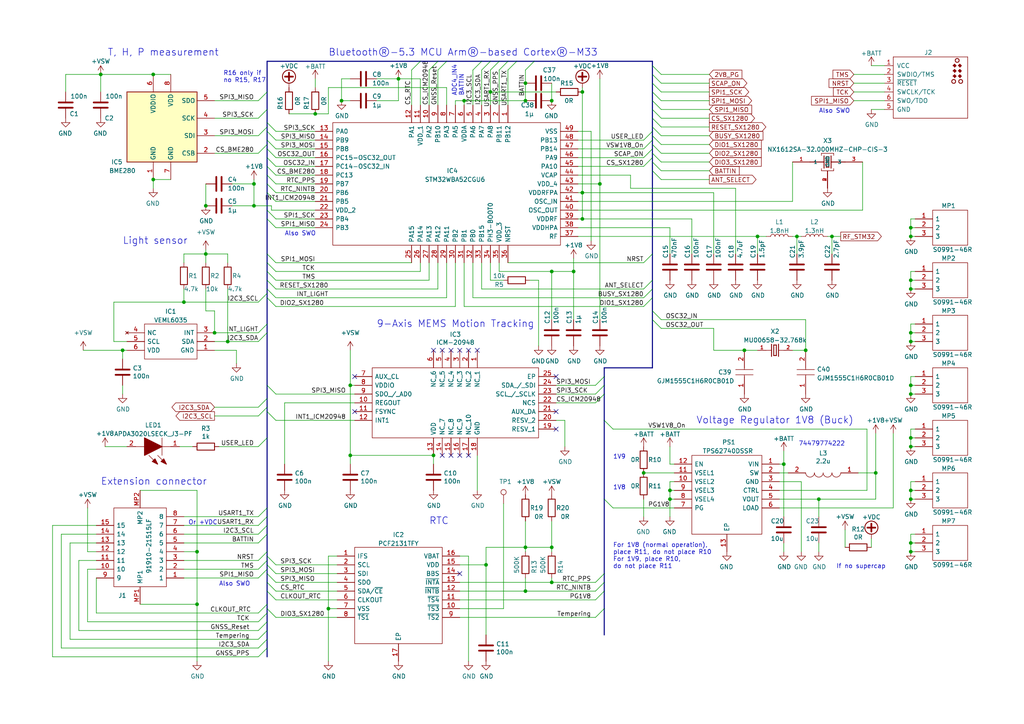
<source format=kicad_sch>
(kicad_sch (version 20211123) (generator eeschema)
  (paper "A4")
  (title_block (title "Plantensensor") (date "2024-07-07") (rev "2.1") (company "KU Leuven") (comment 1 "Dramco") (comment 2 "Sarah Goossens"))
  (bus_alias "Main_Bus" (members "TCK" "TMS" "NRST" "SWO" "GNSS_WakeUp" "GNSS_Reset" "INT1_ICM20948" "FSYNC_ISM20948" "VSW2V8" "VSW1V8" "I2C1_SCL" "I2C1_SDA" "GNSS_PPS_AntOff" "BUSY_SX1280" "USART2_TX" "USART2_RX" "USER_LED" "SCK" "MISO_SDI" "MOSI_SDO" "SS_BME680" "SS_SX1280" "SS_ICM2048" "DIO1_SX1280" "RTC_NINTA" "RESET_SX1280" "PG_1V8"))
  (junction (at 168.91 63.5))
  (junction (at 186.69 137.16))
  (junction (at 152.4 29.21))
  (junction (at 160.02 78.74))
  (junction (at 237.49 144.78))
  (junction (at 35.56 101.6))
  (junction (at 115.57 22.86))
  (junction (at 152.4 158.75))
  (junction (at 264.16 66.04))
  (junction (at 264.16 81.28))
  (junction (at 264.16 157.48))
  (junction (at 166.37 78.74))
  (junction (at 194.31 144.78))
  (junction (at 168.91 55.88))
  (junction (at 173.99 53.34))
  (junction (at 264.16 83.82))
  (junction (at 57.15 160.02))
  (junction (at 29.21 21.59))
  (junction (at 241.3 68.58))
  (junction (at 101.6 132.08))
  (junction (at 44.45 52.07))
  (junction (at 231.14 68.58))
  (junction (at 233.68 101.6))
  (junction (at 101.6 111.76))
  (junction (at 62.23 96.52))
  (junction (at 264.16 96.52))
  (junction (at 264.16 68.58))
  (junction (at 59.69 73.66))
  (junction (at 91.44 33.02))
  (junction (at 73.66 53.34))
  (junction (at 59.69 59.69))
  (junction (at 53.34 87.63))
  (junction (at 152.4 171.45))
  (junction (at 227.33 134.62))
  (junction (at 152.4 24.13))
  (junction (at 264.16 127))
  (junction (at 160.02 29.21))
  (junction (at 194.31 142.24))
  (junction (at 95.25 176.53))
  (junction (at 66.04 99.06))
  (junction (at 168.91 26.67))
  (junction (at 264.16 129.54))
  (junction (at 264.16 144.78))
  (junction (at 264.16 114.3))
  (junction (at 125.73 132.08))
  (junction (at 142.24 26.67))
  (junction (at 264.16 142.24))
  (junction (at 160.02 168.91))
  (junction (at 99.06 29.21))
  (junction (at 140.97 163.83))
  (junction (at 134.62 29.21))
  (junction (at 264.16 111.76))
  (junction (at 44.45 21.59))
  (junction (at 160.02 158.75))
  (junction (at 264.16 99.06))
  (junction (at 264.16 160.02))
  (junction (at 73.66 59.69))
  (junction (at 219.71 68.58))
  (junction (at 254 137.16))
  (junction (at 215.9 101.6))
  (junction (at 57.15 175.26))
  (no_connect (at 125.73 101.6))
  (no_connect (at 161.29 109.22))
  (no_connect (at 161.29 119.38))
  (no_connect (at 133.35 132.08))
  (no_connect (at 133.35 166.37))
  (no_connect (at 128.27 132.08))
  (no_connect (at 130.81 101.6))
  (no_connect (at 161.29 124.46))
  (no_connect (at 135.89 101.6))
  (no_connect (at 128.27 101.6))
  (no_connect (at 130.81 132.08))
  (no_connect (at 102.87 119.38))
  (no_connect (at 138.43 101.6))
  (no_connect (at 102.87 109.22))
  (no_connect (at 133.35 101.6))
  (no_connect (at 135.89 132.08))
  (bus_entry (at 74.93 167.64) (size 2.54 -2.54))
  (bus_entry (at 77.47 187.96) (size -2.54 2.54))
  (bus_entry (at 77.47 31.75) (size -2.54 2.54))
  (bus_entry (at 189.23 41.91) (size 2.54 2.54))
  (bus_entry (at 189.23 19.05) (size 2.54 2.54))
  (bus_entry (at 74.93 99.06) (size 2.54 -2.54))
  (bus_entry (at 77.47 182.88) (size -2.54 2.54))
  (bus_entry (at 77.47 185.42) (size -2.54 2.54))
  (bus_entry (at 189.23 90.17) (size 2.54 2.54))
  (bus_entry (at 189.23 92.71) (size 2.54 2.54))
  (bus_entry (at 74.93 96.52) (size 2.54 -2.54))
  (bus_entry (at 80.01 50.8) (size -2.54 -2.54))
  (bus_entry (at 77.47 111.76) (size 2.54 2.54))
  (bus_entry (at 175.26 121.92) (size 2.54 2.54))
  (bus_entry (at 80.01 66.04) (size -2.54 -2.54))
  (bus_entry (at 77.47 147.32) (size -2.54 2.54))
  (bus_entry (at 80.01 40.64) (size -2.54 -2.54))
  (bus_entry (at 74.93 165.1) (size 2.54 -2.54))
  (bus_entry (at 119.38 20.32) (size 2.54 -2.54))
  (bus_entry (at 77.47 127) (size -2.54 2.54))
  (bus_entry (at 189.23 44.45) (size 2.54 2.54))
  (bus_entry (at 80.01 48.26) (size -2.54 -2.54))
  (bus_entry (at 189.23 31.75) (size 2.54 2.54))
  (bus_entry (at 77.47 149.86) (size -2.54 2.54))
  (bus_entry (at 124.46 20.32) (size 2.54 -2.54))
  (bus_entry (at 127 20.32) (size 2.54 -2.54))
  (bus_entry (at 152.4 20.32) (size 2.54 -2.54))
  (bus_entry (at 139.7 20.32) (size 2.54 -2.54))
  (bus_entry (at 144.78 20.32) (size 2.54 -2.54))
  (bus_entry (at 147.32 20.32) (size 2.54 -2.54))
  (bus_entry (at 137.16 20.32) (size 2.54 -2.54))
  (bus_entry (at 186.69 48.26) (size 2.54 -2.54))
  (bus_entry (at 186.69 40.64) (size 2.54 -2.54))
  (bus_entry (at 186.69 43.18) (size 2.54 -2.54))
  (bus_entry (at 186.69 45.72) (size 2.54 -2.54))
  (bus_entry (at 172.72 114.3) (size 2.54 -2.54))
  (bus_entry (at 186.69 88.9) (size 2.54 -2.54))
  (bus_entry (at 80.01 86.36) (size -2.54 -2.54))
  (bus_entry (at 80.01 83.82) (size -2.54 -2.54))
  (bus_entry (at 77.47 115.57) (size -2.54 2.54))
  (bus_entry (at 80.01 55.88) (size -2.54 -2.54))
  (bus_entry (at 80.01 88.9) (size -2.54 -2.54))
  (bus_entry (at 142.24 20.32) (size 2.54 -2.54))
  (bus_entry (at 189.23 21.59) (size 2.54 2.54))
  (bus_entry (at 80.01 166.37) (size -2.54 -2.54))
  (bus_entry (at 172.72 116.84) (size 2.54 -2.54))
  (bus_entry (at 77.47 168.91) (size 2.54 2.54))
  (bus_entry (at 80.01 78.74) (size -2.54 -2.54))
  (bus_entry (at 189.23 46.99) (size 2.54 2.54))
  (bus_entry (at 80.01 63.5) (size -2.54 -2.54))
  (bus_entry (at 172.72 111.76) (size 2.54 -2.54))
  (bus_entry (at 74.93 87.63) (size 2.54 -2.54))
  (bus_entry (at 189.23 26.67) (size 2.54 2.54))
  (bus_entry (at 74.93 157.48) (size 2.54 -2.54))
  (bus_entry (at 172.72 171.45) (size 2.54 -2.54))
  (bus_entry (at 80.01 76.2) (size -2.54 -2.54))
  (bus_entry (at 189.23 29.21) (size 2.54 2.54))
  (bus_entry (at 80.01 81.28) (size -2.54 -2.54))
  (bus_entry (at 77.47 177.8) (size -2.54 2.54))
  (bus_entry (at 80.01 43.18) (size -2.54 -2.54))
  (bus_entry (at 189.23 36.83) (size 2.54 2.54))
  (bus_entry (at 189.23 34.29) (size 2.54 2.54))
  (bus_entry (at 172.72 168.91) (size 2.54 -2.54))
  (bus_entry (at 80.01 163.83) (size -2.54 -2.54))
  (bus_entry (at 80.01 179.07) (size -2.54 -2.54))
  (bus_entry (at 186.69 86.36) (size 2.54 -2.54))
  (bus_entry (at 80.01 58.42) (size -2.54 -2.54))
  (bus_entry (at 80.01 53.34) (size -2.54 -2.54))
  (bus_entry (at 74.93 162.56) (size 2.54 -2.54))
  (bus_entry (at 77.47 41.91) (size -2.54 2.54))
  (bus_entry (at 77.47 26.67) (size -2.54 2.54))
  (bus_entry (at 172.72 173.99) (size 2.54 -2.54))
  (bus_entry (at 186.69 76.2) (size 2.54 -2.54))
  (bus_entry (at 77.47 36.83) (size -2.54 2.54))
  (bus_entry (at 189.23 39.37) (size 2.54 2.54))
  (bus_entry (at 77.47 175.26) (size -2.54 2.54))
  (bus_entry (at 189.23 49.53) (size 2.54 2.54))
  (bus_entry (at 80.01 45.72) (size -2.54 -2.54))
  (bus_entry (at 77.47 171.45) (size 2.54 2.54))
  (bus_entry (at 80.01 168.91) (size -2.54 -2.54))
  (bus_entry (at 80.01 38.1) (size -2.54 -2.54))
  (bus_entry (at 77.47 152.4) (size -2.54 2.54))
  (bus_entry (at 186.69 83.82) (size 2.54 -2.54))
  (bus_entry (at 175.26 144.78) (size 2.54 2.54))
  (bus_entry (at 189.23 24.13) (size 2.54 2.54))
  (bus_entry (at 77.47 180.34) (size -2.54 2.54))
  (bus_entry (at 77.47 118.11) (size -2.54 2.54))
  (bus_entry (at 172.72 179.07) (size 2.54 -2.54))
  (bus_entry (at 77.47 119.38) (size 2.54 2.54))
  (bus (pts (xy 144.78 17.78) (xy 147.32 17.78)))
  (wire (pts (xy 17.78 154.94) (xy 27.94 154.94)))
  (wire (pts (xy 53.34 167.64) (xy 74.93 167.64)))
  (wire (pts (xy 195.58 139.7) (xy 194.31 139.7)))
  (wire (pts (xy 191.77 24.13) (xy 205.74 24.13)))
  (wire (pts (xy 264.16 99.06) (xy 264.16 96.52)))
  (bus (pts (xy 77.47 38.1) (xy 77.47 40.64)))
  (wire (pts (xy 17.78 187.96) (xy 74.93 187.96)))
  (bus (pts (xy 189.23 17.78) (xy 189.23 19.05)))
  (wire (pts (xy 25.4 147.32) (xy 25.4 160.02)))
  (wire (pts (xy 95.25 176.53) (xy 97.79 176.53)))
  (bus (pts (xy 175.26 114.3) (xy 175.26 121.92)))
  (wire (pts (xy 194.31 66.04) (xy 194.31 73.66)))
  (wire (pts (xy 124.46 76.2) (xy 124.46 81.28)))
  (bus (pts (xy 77.47 31.75) (xy 77.47 35.56)))
  (wire (pts (xy 82.55 116.84) (xy 82.55 134.62)))
  (wire (pts (xy 53.34 87.63) (xy 74.93 87.63)))
  (wire (pts (xy 264.16 124.46) (xy 265.43 124.46)))
  (wire (pts (xy 229.87 101.6) (xy 233.68 101.6)))
  (bus (pts (xy 77.47 60.96) (xy 77.47 63.5)))
  (wire (pts (xy 248.92 137.16) (xy 254 137.16)))
  (bus (pts (xy 77.47 171.45) (xy 77.47 175.26)))
  (wire (pts (xy 30.48 129.54) (xy 36.83 129.54)))
  (wire (pts (xy 80.01 163.83) (xy 97.79 163.83)))
  (wire (pts (xy 144.78 76.2) (xy 144.78 78.74)))
  (wire (pts (xy 24.13 101.6) (xy 35.56 101.6)))
  (wire (pts (xy 233.68 92.71) (xy 233.68 101.6)))
  (wire (pts (xy 226.06 147.32) (xy 259.08 147.32)))
  (bus (pts (xy 189.23 19.05) (xy 189.23 21.59)))
  (wire (pts (xy 67.31 53.34) (xy 73.66 53.34)))
  (wire (pts (xy 219.71 68.58) (xy 222.25 68.58)))
  (wire (pts (xy 191.77 52.07) (xy 205.74 52.07)))
  (wire (pts (xy 80.01 38.1) (xy 91.44 38.1)))
  (wire (pts (xy 132.08 29.21) (xy 134.62 29.21)))
  (wire (pts (xy 264.16 129.54) (xy 265.43 129.54)))
  (wire (pts (xy 52.07 129.54) (xy 55.88 129.54)))
  (wire (pts (xy 20.32 157.48) (xy 27.94 157.48)))
  (wire (pts (xy 191.77 95.25) (xy 207.01 95.25)))
  (wire (pts (xy 254 125.73) (xy 254 137.16)))
  (bus (pts (xy 77.47 165.1) (xy 77.47 166.37)))
  (wire (pts (xy 264.16 78.74) (xy 265.43 78.74)))
  (wire (pts (xy 142.24 26.67) (xy 142.24 30.48)))
  (bus (pts (xy 189.23 26.67) (xy 189.23 29.21)))
  (bus (pts (xy 175.26 109.22) (xy 175.26 106.68)))
  (bus (pts (xy 189.23 106.68) (xy 175.26 106.68)))
  (bus (pts (xy 175.26 166.37) (xy 175.26 168.91)))
  (wire (pts (xy 167.64 45.72) (xy 186.69 45.72)))
  (wire (pts (xy 80.01 53.34) (xy 91.44 53.34)))
  (bus (pts (xy 189.23 43.18) (xy 189.23 44.45)))
  (wire (pts (xy 226.06 137.16) (xy 228.6 137.16)))
  (wire (pts (xy 99.06 22.86) (xy 99.06 29.21)))
  (wire (pts (xy 62.23 99.06) (xy 66.04 99.06)))
  (bus (pts (xy 77.47 147.32) (xy 77.47 149.86)))
  (bus (pts (xy 77.47 78.74) (xy 77.47 81.28)))
  (bus (pts (xy 77.47 180.34) (xy 77.47 182.88)))
  (wire (pts (xy 194.31 139.7) (xy 194.31 142.24)))
  (wire (pts (xy 127 76.2) (xy 127 83.82)))
  (bus (pts (xy 189.23 40.64) (xy 189.23 41.91)))
  (wire (pts (xy 153.67 81.28) (xy 156.21 81.28)))
  (wire (pts (xy 62.23 96.52) (xy 74.93 96.52)))
  (bus (pts (xy 175.26 109.22) (xy 175.26 111.76)))
  (wire (pts (xy 80.01 63.5) (xy 91.44 63.5)))
  (wire (pts (xy 121.92 76.2) (xy 121.92 78.74)))
  (wire (pts (xy 80.01 66.04) (xy 91.44 66.04)))
  (bus (pts (xy 77.47 50.8) (xy 77.47 53.34)))
  (bus (pts (xy 175.26 111.76) (xy 175.26 114.3)))
  (bus (pts (xy 77.47 17.78) (xy 121.92 17.78)))
  (wire (pts (xy 140.97 163.83) (xy 140.97 184.15)))
  (bus (pts (xy 149.86 17.78) (xy 154.94 17.78)))
  (wire (pts (xy 78.74 59.69) (xy 78.74 60.96)))
  (bus (pts (xy 77.47 96.52) (xy 77.47 111.76)))
  (wire (pts (xy 264.16 144.78) (xy 264.16 142.24)))
  (wire (pts (xy 109.22 29.21) (xy 115.57 29.21)))
  (bus (pts (xy 77.47 119.38) (xy 77.47 127)))
  (wire (pts (xy 127 83.82) (xy 80.01 83.82)))
  (wire (pts (xy 134.62 29.21) (xy 134.62 30.48)))
  (wire (pts (xy 227.33 134.62) (xy 227.33 130.81)))
  (bus (pts (xy 77.47 17.78) (xy 77.47 26.67)))
  (wire (pts (xy 44.45 52.07) (xy 49.53 52.07)))
  (wire (pts (xy 264.16 83.82) (xy 264.16 81.28)))
  (bus (pts (xy 77.47 40.64) (xy 77.47 41.91)))
  (wire (pts (xy 251.46 124.46) (xy 251.46 142.24)))
  (wire (pts (xy 142.24 26.67) (xy 161.29 26.67)))
  (wire (pts (xy 82.55 116.84) (xy 102.87 116.84)))
  (wire (pts (xy 161.29 116.84) (xy 172.72 116.84)))
  (wire (pts (xy 226.06 144.78) (xy 237.49 144.78)))
  (wire (pts (xy 191.77 36.83) (xy 205.74 36.83)))
  (wire (pts (xy 68.58 101.6) (xy 68.58 105.41)))
  (wire (pts (xy 264.16 127) (xy 265.43 127)))
  (bus (pts (xy 189.23 24.13) (xy 189.23 26.67)))
  (bus (pts (xy 189.23 90.17) (xy 189.23 92.71)))
  (wire (pts (xy 250.19 46.99) (xy 250.19 60.96)))
  (bus (pts (xy 147.32 17.78) (xy 149.86 17.78)))
  (bus (pts (xy 77.47 81.28) (xy 77.47 83.82)))
  (wire (pts (xy 252.73 31.75) (xy 256.54 31.75)))
  (wire (pts (xy 167.64 50.8) (xy 182.88 50.8)))
  (wire (pts (xy 78.74 60.96) (xy 91.44 60.96)))
  (bus (pts (xy 189.23 45.72) (xy 189.23 46.99)))
  (bus (pts (xy 77.47 63.5) (xy 77.47 73.66)))
  (wire (pts (xy 57.15 160.02) (xy 57.15 175.26)))
  (wire (pts (xy 207.01 55.88) (xy 207.01 73.66)))
  (wire (pts (xy 62.23 101.6) (xy 68.58 101.6)))
  (wire (pts (xy 53.34 160.02) (xy 57.15 160.02)))
  (wire (pts (xy 74.93 182.88) (xy 22.86 182.88)))
  (wire (pts (xy 264.16 96.52) (xy 265.43 96.52)))
  (wire (pts (xy 101.6 111.76) (xy 101.6 132.08)))
  (wire (pts (xy 74.93 44.45) (xy 62.23 44.45)))
  (wire (pts (xy 173.99 53.34) (xy 173.99 92.71)))
  (wire (pts (xy 166.37 74.93) (xy 166.37 78.74)))
  (wire (pts (xy 133.35 171.45) (xy 152.4 171.45)))
  (wire (pts (xy 245.11 153.67) (xy 245.11 158.75)))
  (wire (pts (xy 247.65 29.21) (xy 256.54 29.21)))
  (wire (pts (xy 129.54 25.4) (xy 129.54 30.48)))
  (wire (pts (xy 80.01 45.72) (xy 91.44 45.72)))
  (wire (pts (xy 194.31 142.24) (xy 194.31 144.78)))
  (wire (pts (xy 73.66 52.07) (xy 73.66 53.34)))
  (wire (pts (xy 17.78 154.94) (xy 17.78 187.96)))
  (wire (pts (xy 80.01 40.64) (xy 91.44 40.64)))
  (wire (pts (xy 254 137.16) (xy 254 144.78)))
  (wire (pts (xy 247.65 26.67) (xy 256.54 26.67)))
  (wire (pts (xy 194.31 129.54) (xy 194.31 134.62)))
  (wire (pts (xy 264.16 142.24) (xy 265.43 142.24)))
  (wire (pts (xy 53.34 83.82) (xy 53.34 87.63)))
  (wire (pts (xy 252.73 19.05) (xy 256.54 19.05)))
  (wire (pts (xy 259.08 125.73) (xy 259.08 147.32)))
  (wire (pts (xy 95.25 25.4) (xy 95.25 33.02)))
  (wire (pts (xy 80.01 171.45) (xy 97.79 171.45)))
  (wire (pts (xy 264.16 129.54) (xy 264.16 127)))
  (wire (pts (xy 121.92 22.86) (xy 121.92 30.48)))
  (wire (pts (xy 226.06 134.62) (xy 227.33 134.62)))
  (wire (pts (xy 166.37 78.74) (xy 160.02 78.74)))
  (wire (pts (xy 25.4 165.1) (xy 27.94 165.1)))
  (bus (pts (xy 189.23 39.37) (xy 189.23 40.64)))
  (wire (pts (xy 80.01 55.88) (xy 91.44 55.88)))
  (wire (pts (xy 173.99 22.86) (xy 173.99 53.34)))
  (wire (pts (xy 74.93 39.37) (xy 62.23 39.37)))
  (wire (pts (xy 177.8 147.32) (xy 195.58 147.32)))
  (wire (pts (xy 134.62 29.21) (xy 152.4 29.21)))
  (wire (pts (xy 40.64 142.24) (xy 57.15 142.24)))
  (wire (pts (xy 132.08 76.2) (xy 132.08 88.9)))
  (wire (pts (xy 152.4 167.64) (xy 152.4 171.45)))
  (wire (pts (xy 133.35 176.53) (xy 146.05 176.53)))
  (wire (pts (xy 237.49 144.78) (xy 237.49 149.86)))
  (wire (pts (xy 229.87 68.58) (xy 231.14 68.58)))
  (wire (pts (xy 95.25 25.4) (xy 129.54 25.4)))
  (wire (pts (xy 66.04 99.06) (xy 74.93 99.06)))
  (wire (pts (xy 264.16 160.02) (xy 265.43 160.02)))
  (wire (pts (xy 19.05 21.59) (xy 19.05 26.67)))
  (wire (pts (xy 25.4 180.34) (xy 74.93 180.34)))
  (bus (pts (xy 189.23 31.75) (xy 189.23 34.29)))
  (wire (pts (xy 191.77 44.45) (xy 205.74 44.45)))
  (wire (pts (xy 264.16 154.94) (xy 265.43 154.94)))
  (wire (pts (xy 74.93 29.21) (xy 62.23 29.21)))
  (wire (pts (xy 167.64 53.34) (xy 173.99 53.34)))
  (wire (pts (xy 167.64 63.5) (xy 168.91 63.5)))
  (wire (pts (xy 144.78 20.32) (xy 144.78 30.48)))
  (wire (pts (xy 264.16 114.3) (xy 264.16 111.76)))
  (wire (pts (xy 264.16 109.22) (xy 265.43 109.22)))
  (wire (pts (xy 142.24 20.32) (xy 142.24 26.67)))
  (wire (pts (xy 161.29 114.3) (xy 172.72 114.3)))
  (wire (pts (xy 191.77 39.37) (xy 205.74 39.37)))
  (bus (pts (xy 189.23 36.83) (xy 189.23 38.1)))
  (wire (pts (xy 195.58 134.62) (xy 194.31 134.62)))
  (wire (pts (xy 129.54 86.36) (xy 80.01 86.36)))
  (wire (pts (xy 177.8 124.46) (xy 251.46 124.46)))
  (bus (pts (xy 139.7 17.78) (xy 142.24 17.78)))
  (wire (pts (xy 27.94 162.56) (xy 22.86 162.56)))
  (wire (pts (xy 15.24 190.5) (xy 74.93 190.5)))
  (wire (pts (xy 80.01 58.42) (xy 91.44 58.42)))
  (wire (pts (xy 59.69 72.39) (xy 59.69 73.66)))
  (wire (pts (xy 40.64 175.26) (xy 57.15 175.26)))
  (wire (pts (xy 20.32 157.48) (xy 20.32 185.42)))
  (wire (pts (xy 264.16 144.78) (xy 265.43 144.78)))
  (wire (pts (xy 264.16 66.04) (xy 264.16 63.5)))
  (wire (pts (xy 264.16 81.28) (xy 264.16 78.74)))
  (bus (pts (xy 77.47 161.29) (xy 77.47 162.56)))
  (bus (pts (xy 77.47 127) (xy 77.47 147.32)))
  (wire (pts (xy 74.93 149.86) (xy 53.34 149.86)))
  (wire (pts (xy 20.32 185.42) (xy 74.93 185.42)))
  (bus (pts (xy 77.47 85.09) (xy 77.47 86.36)))
  (bus (pts (xy 77.47 76.2) (xy 77.47 78.74)))
  (bus (pts (xy 77.47 118.11) (xy 77.47 119.38)))
  (bus (pts (xy 189.23 83.82) (xy 189.23 81.28)))
  (wire (pts (xy 168.91 25.4) (xy 168.91 26.67)))
  (bus (pts (xy 77.47 45.72) (xy 77.47 48.26)))
  (wire (pts (xy 264.16 111.76) (xy 264.16 109.22)))
  (wire (pts (xy 264.16 93.98) (xy 265.43 93.98)))
  (wire (pts (xy 167.64 55.88) (xy 168.91 55.88)))
  (wire (pts (xy 167.64 38.1) (xy 171.45 38.1)))
  (wire (pts (xy 80.01 48.26) (xy 91.44 48.26)))
  (wire (pts (xy 127 20.32) (xy 127 30.48)))
  (wire (pts (xy 237.49 157.48) (xy 237.49 160.02)))
  (wire (pts (xy 80.01 166.37) (xy 97.79 166.37)))
  (wire (pts (xy 264.16 63.5) (xy 265.43 63.5)))
  (wire (pts (xy 215.9 101.6) (xy 219.71 101.6)))
  (wire (pts (xy 232.41 139.7) (xy 232.41 160.02)))
  (wire (pts (xy 191.77 31.75) (xy 205.74 31.75)))
  (wire (pts (xy 264.16 127) (xy 264.16 124.46)))
  (wire (pts (xy 152.4 171.45) (xy 172.72 171.45)))
  (wire (pts (xy 99.06 22.86) (xy 101.6 22.86)))
  (bus (pts (xy 189.23 41.91) (xy 189.23 43.18)))
  (wire (pts (xy 137.16 86.36) (xy 186.69 86.36)))
  (wire (pts (xy 35.56 101.6) (xy 35.56 104.14)))
  (wire (pts (xy 140.97 163.83) (xy 140.97 158.75)))
  (wire (pts (xy 22.86 162.56) (xy 22.86 182.88)))
  (wire (pts (xy 219.71 68.58) (xy 219.71 73.66)))
  (wire (pts (xy 91.44 22.86) (xy 91.44 25.4)))
  (wire (pts (xy 156.21 81.28) (xy 156.21 100.33)))
  (wire (pts (xy 182.88 54.61) (xy 213.36 54.61)))
  (wire (pts (xy 264.16 160.02) (xy 264.16 157.48)))
  (bus (pts (xy 77.47 55.88) (xy 77.47 60.96)))
  (wire (pts (xy 139.7 20.32) (xy 139.7 30.48)))
  (wire (pts (xy 252.73 156.21) (xy 252.73 158.75)))
  (wire (pts (xy 168.91 26.67) (xy 168.91 55.88)))
  (wire (pts (xy 152.4 24.13) (xy 152.4 29.21)))
  (wire (pts (xy 264.16 66.04) (xy 265.43 66.04)))
  (wire (pts (xy 62.23 90.17) (xy 59.69 90.17)))
  (bus (pts (xy 77.47 176.53) (xy 77.47 177.8)))
  (bus (pts (xy 77.47 187.96) (xy 77.47 190.5)))
  (wire (pts (xy 137.16 20.32) (xy 137.16 30.48)))
  (bus (pts (xy 189.23 29.21) (xy 189.23 31.75)))
  (wire (pts (xy 227.33 157.48) (xy 227.33 160.02)))
  (wire (pts (xy 152.4 158.75) (xy 152.4 160.02)))
  (wire (pts (xy 264.16 96.52) (xy 264.16 93.98)))
  (wire (pts (xy 166.37 78.74) (xy 166.37 92.71)))
  (wire (pts (xy 29.21 21.59) (xy 44.45 21.59)))
  (wire (pts (xy 240.03 68.58) (xy 241.3 68.58)))
  (wire (pts (xy 133.35 173.99) (xy 172.72 173.99)))
  (wire (pts (xy 15.24 152.4) (xy 15.24 190.5)))
  (wire (pts (xy 191.77 49.53) (xy 205.74 49.53)))
  (wire (pts (xy 191.77 21.59) (xy 205.74 21.59)))
  (wire (pts (xy 160.02 78.74) (xy 144.78 78.74)))
  (wire (pts (xy 147.32 76.2) (xy 186.69 76.2)))
  (bus (pts (xy 189.23 34.29) (xy 189.23 36.83)))
  (wire (pts (xy 186.69 144.78) (xy 186.69 149.86)))
  (wire (pts (xy 80.01 43.18) (xy 91.44 43.18)))
  (wire (pts (xy 83.82 33.02) (xy 91.44 33.02)))
  (bus (pts (xy 127 17.78) (xy 129.54 17.78)))
  (wire (pts (xy 135.89 161.29) (xy 135.89 191.77)))
  (wire (pts (xy 191.77 41.91) (xy 205.74 41.91)))
  (wire (pts (xy 160.02 167.64) (xy 160.02 168.91)))
  (wire (pts (xy 57.15 175.26) (xy 57.15 191.77)))
  (wire (pts (xy 247.65 24.13) (xy 256.54 24.13)))
  (wire (pts (xy 226.06 139.7) (xy 232.41 139.7)))
  (wire (pts (xy 80.01 121.92) (xy 102.87 121.92)))
  (wire (pts (xy 264.16 139.7) (xy 265.43 139.7)))
  (wire (pts (xy 160.02 168.91) (xy 172.72 168.91)))
  (wire (pts (xy 63.5 129.54) (xy 74.93 129.54)))
  (wire (pts (xy 59.69 73.66) (xy 66.04 73.66)))
  (wire (pts (xy 101.6 29.21) (xy 99.06 29.21)))
  (bus (pts (xy 77.47 53.34) (xy 77.47 55.88)))
  (wire (pts (xy 168.91 63.5) (xy 200.66 63.5)))
  (bus (pts (xy 175.26 121.92) (xy 175.26 144.78)))
  (wire (pts (xy 264.16 111.76) (xy 265.43 111.76)))
  (wire (pts (xy 27.94 177.8) (xy 74.93 177.8)))
  (bus (pts (xy 142.24 17.78) (xy 144.78 17.78)))
  (wire (pts (xy 264.16 114.3) (xy 265.43 114.3)))
  (wire (pts (xy 167.64 58.42) (xy 229.87 58.42)))
  (wire (pts (xy 73.66 53.34) (xy 73.66 59.69)))
  (bus (pts (xy 77.47 83.82) (xy 77.47 85.09)))
  (wire (pts (xy 59.69 90.17) (xy 59.69 83.82)))
  (bus (pts (xy 77.47 166.37) (xy 77.47 168.91)))
  (wire (pts (xy 163.83 121.92) (xy 163.83 129.54)))
  (wire (pts (xy 25.4 180.34) (xy 25.4 165.1)))
  (wire (pts (xy 264.16 83.82) (xy 265.43 83.82)))
  (wire (pts (xy 101.6 132.08) (xy 125.73 132.08)))
  (wire (pts (xy 80.01 114.3) (xy 102.87 114.3)))
  (bus (pts (xy 77.47 111.76) (xy 77.47 115.57)))
  (wire (pts (xy 168.91 55.88) (xy 207.01 55.88)))
  (wire (pts (xy 146.05 146.05) (xy 146.05 176.53)))
  (wire (pts (xy 59.69 53.34) (xy 59.69 59.69)))
  (bus (pts (xy 77.47 115.57) (xy 77.47 118.11)))
  (wire (pts (xy 264.16 68.58) (xy 265.43 68.58)))
  (wire (pts (xy 80.01 179.07) (xy 97.79 179.07)))
  (bus (pts (xy 175.26 168.91) (xy 175.26 171.45)))
  (wire (pts (xy 140.97 158.75) (xy 152.4 158.75)))
  (wire (pts (xy 213.36 54.61) (xy 213.36 73.66)))
  (bus (pts (xy 175.26 171.45) (xy 175.26 176.53)))
  (wire (pts (xy 191.77 34.29) (xy 205.74 34.29)))
  (bus (pts (xy 77.47 86.36) (xy 77.47 93.98)))
  (wire (pts (xy 53.34 157.48) (xy 74.93 157.48)))
  (wire (pts (xy 27.94 167.64) (xy 27.94 177.8)))
  (bus (pts (xy 77.47 43.18) (xy 77.47 45.72)))
  (bus (pts (xy 77.47 168.91) (xy 77.47 171.45)))
  (wire (pts (xy 167.64 48.26) (xy 186.69 48.26)))
  (bus (pts (xy 154.94 17.78) (xy 189.23 17.78)))
  (bus (pts (xy 77.47 152.4) (xy 77.47 154.94)))
  (wire (pts (xy 264.16 99.06) (xy 265.43 99.06)))
  (wire (pts (xy 168.91 55.88) (xy 168.91 63.5)))
  (wire (pts (xy 95.25 161.29) (xy 97.79 161.29)))
  (bus (pts (xy 77.47 177.8) (xy 77.47 180.34)))
  (wire (pts (xy 264.16 68.58) (xy 264.16 66.04)))
  (wire (pts (xy 132.08 88.9) (xy 80.01 88.9)))
  (bus (pts (xy 77.47 175.26) (xy 77.47 176.53)))
  (wire (pts (xy 191.77 92.71) (xy 233.68 92.71)))
  (wire (pts (xy 207.01 101.6) (xy 207.01 95.25)))
  (wire (pts (xy 241.3 68.58) (xy 243.84 68.58)))
  (bus (pts (xy 77.47 35.56) (xy 77.47 36.83)))
  (wire (pts (xy 264.16 157.48) (xy 264.16 154.94)))
  (wire (pts (xy 167.64 40.64) (xy 186.69 40.64)))
  (bus (pts (xy 77.47 163.83) (xy 77.47 165.1)))
  (wire (pts (xy 241.3 68.58) (xy 241.3 73.66)))
  (wire (pts (xy 62.23 90.17) (xy 62.23 96.52)))
  (wire (pts (xy 29.21 21.59) (xy 19.05 21.59)))
  (wire (pts (xy 182.88 50.8) (xy 182.88 54.61)))
  (wire (pts (xy 125.73 132.08) (xy 125.73 134.62)))
  (wire (pts (xy 59.69 73.66) (xy 59.69 76.2)))
  (wire (pts (xy 53.34 165.1) (xy 74.93 165.1)))
  (wire (pts (xy 191.77 29.21) (xy 205.74 29.21)))
  (wire (pts (xy 264.16 157.48) (xy 265.43 157.48)))
  (wire (pts (xy 264.16 142.24) (xy 264.16 139.7)))
  (wire (pts (xy 147.32 20.32) (xy 147.32 30.48)))
  (wire (pts (xy 139.7 83.82) (xy 186.69 83.82)))
  (wire (pts (xy 133.35 161.29) (xy 135.89 161.29)))
  (wire (pts (xy 195.58 142.24) (xy 194.31 142.24)))
  (wire (pts (xy 109.22 22.86) (xy 115.57 22.86)))
  (bus (pts (xy 77.47 73.66) (xy 77.47 76.2)))
  (bus (pts (xy 77.47 182.88) (xy 77.47 185.42)))
  (bus (pts (xy 77.47 185.42) (xy 77.47 187.96)))
  (bus (pts (xy 77.47 26.67) (xy 77.47 31.75)))
  (wire (pts (xy 139.7 76.2) (xy 139.7 83.82)))
  (wire (pts (xy 53.34 162.56) (xy 74.93 162.56)))
  (bus (pts (xy 77.47 41.91) (xy 77.47 43.18)))
  (wire (pts (xy 167.64 66.04) (xy 194.31 66.04)))
  (wire (pts (xy 101.6 101.6) (xy 101.6 111.76)))
  (wire (pts (xy 53.34 73.66) (xy 59.69 73.66)))
  (wire (pts (xy 80.01 173.99) (xy 97.79 173.99)))
  (bus (pts (xy 189.23 92.71) (xy 189.23 106.68)))
  (wire (pts (xy 160.02 24.13) (xy 160.02 29.21)))
  (wire (pts (xy 35.56 101.6) (xy 36.83 101.6)))
  (wire (pts (xy 231.14 68.58) (xy 231.14 73.66)))
  (wire (pts (xy 186.69 137.16) (xy 195.58 137.16)))
  (wire (pts (xy 229.87 46.99) (xy 229.87 58.42)))
  (wire (pts (xy 231.14 68.58) (xy 232.41 68.58)))
  (wire (pts (xy 129.54 76.2) (xy 129.54 86.36)))
  (wire (pts (xy 95.25 176.53) (xy 95.25 191.77)))
  (wire (pts (xy 247.65 21.59) (xy 256.54 21.59)))
  (bus (pts (xy 175.26 144.78) (xy 175.26 166.37)))
  (wire (pts (xy 191.77 46.99) (xy 205.74 46.99)))
  (wire (pts (xy 115.57 22.86) (xy 121.92 22.86)))
  (wire (pts (xy 44.45 52.07) (xy 44.45 54.61)))
  (wire (pts (xy 74.93 34.29) (xy 62.23 34.29)))
  (wire (pts (xy 25.4 160.02) (xy 27.94 160.02)))
  (wire (pts (xy 91.44 33.02) (xy 95.25 33.02)))
  (wire (pts (xy 62.23 120.65) (xy 74.93 120.65)))
  (wire (pts (xy 160.02 78.74) (xy 160.02 92.71)))
  (wire (pts (xy 132.08 30.48) (xy 132.08 29.21)))
  (wire (pts (xy 138.43 132.08) (xy 138.43 142.24)))
  (wire (pts (xy 264.16 81.28) (xy 265.43 81.28)))
  (bus (pts (xy 189.23 38.1) (xy 189.23 39.37)))
  (wire (pts (xy 80.01 168.91) (xy 97.79 168.91)))
  (bus (pts (xy 77.47 93.98) (xy 77.47 96.52)))
  (wire (pts (xy 171.45 38.1) (xy 171.45 69.85)))
  (wire (pts (xy 27.94 152.4) (xy 15.24 152.4)))
  (wire (pts (xy 119.38 20.32) (xy 119.38 30.48)))
  (bus (pts (xy 189.23 49.53) (xy 189.23 73.66)))
  (bus (pts (xy 77.47 36.83) (xy 77.47 38.1)))
  (wire (pts (xy 152.4 151.13) (xy 152.4 158.75)))
  (bus (pts (xy 121.92 17.78) (xy 127 17.78)))
  (wire (pts (xy 167.64 43.18) (xy 186.69 43.18)))
  (wire (pts (xy 161.29 121.92) (xy 163.83 121.92)))
  (bus (pts (xy 189.23 21.59) (xy 189.23 24.13)))
  (wire (pts (xy 35.56 111.76) (xy 35.56 114.3)))
  (wire (pts (xy 152.4 158.75) (xy 160.02 158.75)))
  (bus (pts (xy 77.47 162.56) (xy 77.47 163.83)))
  (wire (pts (xy 29.21 21.59) (xy 29.21 26.67)))
  (wire (pts (xy 73.66 59.69) (xy 78.74 59.69)))
  (wire (pts (xy 124.46 20.32) (xy 124.46 30.48)))
  (bus (pts (xy 189.23 44.45) (xy 189.23 45.72)))
  (wire (pts (xy 124.46 81.28) (xy 80.01 81.28)))
  (wire (pts (xy 53.34 154.94) (xy 74.93 154.94)))
  (wire (pts (xy 33.02 87.63) (xy 53.34 87.63)))
  (wire (pts (xy 101.6 111.76) (xy 102.87 111.76)))
  (wire (pts (xy 146.05 81.28) (xy 142.24 81.28)))
  (wire (pts (xy 134.62 76.2) (xy 134.62 88.9)))
  (wire (pts (xy 152.4 20.32) (xy 152.4 24.13)))
  (wire (pts (xy 142.24 76.2) (xy 142.24 81.28)))
  (wire (pts (xy 95.25 161.29) (xy 95.25 176.53)))
  (bus (pts (xy 189.23 86.36) (xy 189.23 90.17)))
  (bus (pts (xy 189.23 46.99) (xy 189.23 49.53)))
  (bus (pts (xy 175.26 176.53) (xy 175.26 184.15)))
  (wire (pts (xy 227.33 134.62) (xy 227.33 149.86)))
  (wire (pts (xy 167.64 68.58) (xy 219.71 68.58)))
  (wire (pts (xy 101.6 132.08) (xy 101.6 134.62)))
  (bus (pts (xy 189.23 73.66) (xy 189.23 81.28)))
  (wire (pts (xy 57.15 142.24) (xy 57.15 160.02)))
  (wire (pts (xy 67.31 59.69) (xy 73.66 59.69)))
  (wire (pts (xy 62.23 118.11) (xy 74.93 118.11)))
  (wire (pts (xy 200.66 63.5) (xy 200.66 73.66)))
  (wire (pts (xy 80.01 78.74) (xy 121.92 78.74)))
  (wire (pts (xy 53.34 76.2) (xy 53.34 73.66)))
  (wire (pts (xy 66.04 76.2) (xy 66.04 73.66)))
  (wire (pts (xy 66.04 83.82) (xy 66.04 99.06)))
  (wire (pts (xy 191.77 26.67) (xy 205.74 26.67)))
  (wire (pts (xy 215.9 101.6) (xy 207.01 101.6)))
  (wire (pts (xy 133.35 179.07) (xy 172.72 179.07)))
  (wire (pts (xy 160.02 158.75) (xy 160.02 160.02)))
  (bus (pts (xy 77.47 149.86) (xy 77.47 152.4)))
  (wire (pts (xy 160.02 151.13) (xy 160.02 158.75)))
  (wire (pts (xy 194.31 144.78) (xy 194.31 149.86)))
  (bus (pts (xy 189.23 86.36) (xy 189.23 83.82)))
  (wire (pts (xy 33.02 99.06) (xy 33.02 87.63)))
  (wire (pts (xy 36.83 99.06) (xy 33.02 99.06)))
  (wire (pts (xy 115.57 22.86) (xy 115.57 29.21)))
  (bus (pts (xy 77.47 48.26) (xy 77.47 50.8)))
  (wire (pts (xy 134.62 88.9) (xy 186.69 88.9)))
  (wire (pts (xy 44.45 21.59) (xy 49.53 21.59)))
  (wire (pts (xy 133.35 168.91) (xy 160.02 168.91)))
  (bus (pts (xy 77.47 160.02) (xy 77.47 161.29)))
  (wire (pts (xy 53.34 152.4) (xy 74.93 152.4)))
  (wire (pts (xy 119.38 76.2) (xy 80.01 76.2)))
  (wire (pts (xy 80.01 50.8) (xy 91.44 50.8)))
  (bus (pts (xy 77.47 154.94) (xy 77.47 160.02)))
  (wire (pts (xy 137.16 76.2) (xy 137.16 86.36)))
  (wire (pts (xy 133.35 163.83) (xy 140.97 163.83)))
  (wire (pts (xy 194.31 144.78) (xy 195.58 144.78)))
  (bus (pts (xy 129.54 17.78) (xy 139.7 17.78)))
  (wire (pts (xy 161.29 111.76) (xy 172.72 111.76)))
  (wire (pts (xy 226.06 142.24) (xy 251.46 142.24)))
  (wire (pts (xy 237.49 144.78) (xy 254 144.78)))
  (wire (pts (xy 167.64 60.96) (xy 250.19 60.96)))
  (text "Voltage Regulator 1V8 (Buck)" (at 201.93 123.19 0) (effects (font (size 2.0066 2.0066)) (justify left bottom)))
  (text "R16 only if\nno R15, R17" (at 64.77 24.13 0) (effects (font (size 1.27 1.27)) (justify left bottom)))
  (text "9-Axis MEMS Motion Tracking" (at 109.22 95.25 0) (effects (font (size 2.0066 2.0066)) (justify left bottom)))
  (text "Extension connector" (at 29.21 140.97 0) (effects (font (size 2.0066 2.0066)) (justify left bottom)))
  (text "RTC" (at 124.46 152.4 0) (effects (font (size 2.0066 2.0066)) (justify left bottom)))
  (text "ADC4_IN4\nBATTIN" (at 134.62 27.94 90) (effects (font (size 1.27 1.27)) (justify left bottom)))
  (text "Also SWO" (at 237.49 33.02 0) (effects (font (size 1.27 1.27)) (justify left bottom)))
  (text "Light sensor" (at 35.56 71.12 0) (effects (font (size 2.0066 2.0066)) (justify left bottom)))
  (text "1V8\n" (at 177.8 142.24 0) (effects (font (size 1.27 1.27)) (justify left bottom)))
  (text "Also SWO" (at 82.55 68.58 0) (effects (font (size 1.27 1.27)) (justify left bottom)))
  (text "Bluetooth®-5.3 MCU Arm®-based Cortex®-M33" (at 95.25 16.51 0) (effects (font (size 2.0066 2.0066)) (justify left bottom)))
  (text "74479774222" (at 245.11 129.54 180) (effects (font (size 1.27 1.27)) (justify right bottom)))
  (text "Or +VDC\n" (at 54.61 152.4 0) (effects (font (size 1.27 1.27)) (justify left bottom)))
  (text "For 1V8 (normal operation),\nplace R11, do not place R10\nFor 1V9, place R10,\ndo not place R11" (at 177.8 165.1 0) (effects (font (size 1.27 1.27)) (justify left bottom)))
  (text "Also SWO" (at 63.5 170.18 0) (effects (font (size 1.27 1.27)) (justify left bottom)))
  (text "T, H, P measurement" (at 63.5 16.51 180) (effects (font (size 2.0066 2.0066)) (justify right bottom)))
  (text "If no supercap" (at 242.57 165.1 0) (effects (font (size 1.27 1.27)) (justify left bottom)))
  (text "1V9\n" (at 177.8 133.35 0) (effects (font (size 1.27 1.27)) (justify left bottom)))
  (label "INT_LIGHT" (at 74.93 96.52 180))
  (label "SPI3_MOSI" (at 81.28 166.37 0))
  (label "GNSS_PPS" (at 72.39 190.5 180))
  (label "BATTIN" (at 73.66 157.48 180))
  (label "SPI1_MOSI" (at 91.44 76.2 180))
  (label "BATTIN" (at 152.4 27.94 90))
  (label "SPI3_MOSI" (at 161.29 111.76 0))
  (label "RTC_NINTB" (at 171.45 171.45 180))
  (label "USART1_RX" (at 73.66 152.4 180))
  (label "SPI3_MISO" (at 73.66 29.21 180))
  (label "CS_BME280" (at 73.66 44.45 180))
  (label "CS_ICM20948" (at 161.29 116.84 0))
  (label "USART1_TX" (at 73.66 149.86 180))
  (label "OSC32_OUT" (at 91.44 45.72 180))
  (label "I2C3_SDA" (at 72.39 187.96 180))
  (label "CS_ICM20948" (at 124.46 30.48 90))
  (label "I2C3_SDA" (at 139.7 30.48 90))
  (label "SPI1_SCK" (at 91.44 63.5 180))
  (label "SPI3_SCK" (at 91.44 38.1 180))
  (label "CS_BME280" (at 91.44 50.8 180))
  (label "PG1V8" (at 187.96 147.32 0))
  (label "SPI3_MISO" (at 81.28 168.91 0))
  (label "PG1V8" (at 171.45 173.99 180))
  (label "OSC32_OUT" (at 193.04 95.25 0))
  (label "INT1_ICM20948" (at 91.44 58.42 180))
  (label "DIO3_SX1280" (at 81.28 179.07 0))
  (label "OSC32_IN" (at 91.44 48.26 180))
  (label "CS_SX1280" (at 186.69 48.26 180))
  (label "GNSS_PPS" (at 144.78 30.48 90))
  (label "SPI3_MISO" (at 91.44 40.64 180))
  (label "BUSY_SX1280" (at 186.69 86.36 180))
  (label "CLKOUT_RTC" (at 60.96 177.8 0))
  (label "GNSS_Reset" (at 127 30.48 90))
  (label "TMS" (at 87.63 81.28 0))
  (label "I2C3_SCL" (at 137.16 30.48 90))
  (label "Tempering" (at 72.39 185.42 180))
  (label "Tempering" (at 171.45 179.07 180))
  (label "I2C3_SDA" (at 74.93 99.06 180))
  (label "CS_RTC" (at 119.38 30.48 90))
  (label "DIO2_SX1280" (at 93.98 88.9 180))
  (label "NRST" (at 73.66 162.56 180))
  (label "SPI3_SCK" (at 73.66 34.29 180))
  (label "SPI1_MISO" (at 73.66 167.64 180))
  (label "TCK" (at 72.39 180.34 180))
  (label "RTC_PPS" (at 91.44 53.34 180))
  (label "I2C3_SCL" (at 74.93 87.63 180))
  (label "TCK" (at 87.63 78.74 0))
  (label "USART1_TX" (at 147.32 20.32 270))
  (label "RTC_NINTB" (at 91.44 55.88 180))
  (label "SPI1_MISO" (at 91.44 66.04 180))
  (label "RESET_SX1280" (at 95.25 83.82 180))
  (label "USER_LED" (at 186.69 40.64 180))
  (label "VSW1V8_On" (at 187.96 124.46 0))
  (label "SPI3_MISO" (at 100.33 114.3 180))
  (label "TMS" (at 73.66 165.1 180))
  (label "INT1_ICM20948" (at 100.33 121.92 180))
  (label "SPI3_MOSI" (at 73.66 39.37 180))
  (label "SCAP_ON" (at 186.69 45.72 180))
  (label "ANT_SELECT" (at 186.69 83.82 180))
  (label "DIO1_SX1280" (at 186.69 88.9 180))
  (label "NRST" (at 186.69 76.2 180))
  (label "USER_LED" (at 73.66 129.54 180))
  (label "USART1_RX" (at 142.24 20.32 270))
  (label "OSC32_IN" (at 193.04 92.71 0))
  (label "VSW1V8_On" (at 186.69 43.18 180))
  (label "CLKOUT_RTC" (at 81.28 173.99 0))
  (label "I2C3_SCL" (at 73.66 154.94 180))
  (label "INT_LIGHT" (at 95.25 86.36 180))
  (label "RTC_PPS" (at 171.45 168.91 180))
  (label "CS_RTC" (at 81.28 171.45 0))
  (label "SPI3_MOSI" (at 91.44 43.18 180))
  (label "SPI3_SCK" (at 161.29 114.3 0))
  (label "GNSS_Reset" (at 72.39 182.88 180))
  (label "SPI3_SCK" (at 81.28 163.83 0))
  (global_label "DIO3_SX1280" (shape input) (at 205.74 46.99 0) (property "Intersheet References" "${INTERSHEET_REFS}" (effects hide)))
  (global_label "NRST" (shape input) (at 247.65 24.13 180) (property "Intersheet References" "${INTERSHEET_REFS}" (effects hide)))
  (global_label "DIO2_SX1280" (shape input) (at 205.74 44.45 0) (property "Intersheet References" "${INTERSHEET_REFS}" (effects hide)))
  (global_label "TMS" (shape input) (at 247.65 21.59 180) (property "Intersheet References" "${INTERSHEET_REFS}" (effects hide)))
  (global_label "TCK" (shape input) (at 247.65 26.67 180) (property "Intersheet References" "${INTERSHEET_REFS}" (effects hide)))
  (global_label "SPI1_MISO" (shape input) (at 247.65 29.21 180) (property "Intersheet References" "${INTERSHEET_REFS}" (effects hide)))
  (global_label "BATTIN" (shape input) (at 205.74 49.53 0) (property "Intersheet References" "${INTERSHEET_REFS}" (effects hide)))
  (global_label "SPI1_MISO" (shape input) (at 205.74 31.75 0) (property "Intersheet References" "${INTERSHEET_REFS}" (effects hide)))
  (global_label "BUSY_SX1280" (shape input) (at 205.74 39.37 0) (property "Intersheet References" "${INTERSHEET_REFS}" (effects hide)))
  (global_label "I2C3_SDA" (shape bidirectional) (at 62.23 118.11 180) (property "Intersheet References" "${INTERSHEET_REFS}" (effects hide)))
  (global_label "SPI1_SCK" (shape output) (at 205.74 26.67 0) (property "Intersheet References" "${INTERSHEET_REFS}" (effects hide)))
  (global_label "2V8_PG" (shape input) (at 205.74 21.59 0) (property "Intersheet References" "${INTERSHEET_REFS}" (effects hide)))
  (global_label "I2C3_SCL" (shape output) (at 62.23 120.65 180) (property "Intersheet References" "${INTERSHEET_REFS}" (effects hide)))
  (global_label "ANT_SELECT" (shape output) (at 205.74 52.07 0) (property "Intersheet References" "${INTERSHEET_REFS}" (effects hide)))
  (global_label "RESET_SX1280" (shape output) (at 205.74 36.83 0) (property "Intersheet References" "${INTERSHEET_REFS}" (effects hide)))
  (global_label "CS_SX1280" (shape output) (at 205.74 34.29 0) (property "Intersheet References" "${INTERSHEET_REFS}" (effects hide)))
  (global_label "SCAP_ON" (shape output) (at 205.74 24.13 0) (property "Intersheet References" "${INTERSHEET_REFS}" (effects hide)))
  (global_label "RF_STM32" (shape output) (at 243.84 68.58 0) (property "Intersheet References" "${INTERSHEET_REFS}" (effects hide)))
  (global_label "DIO1_SX1280" (shape input) (at 205.74 41.91 0) (property "Intersheet References" "${INTERSHEET_REFS}" (effects hide)))
  (global_label "SPI1_MOSI" (shape output) (at 205.74 29.21 0) (property "Intersheet References" "${INTERSHEET_REFS}" (effects hide)))
  (symbol (lib_id "Device:C") (at 29.21 30.48 0) (mirror y) (unit 1)
    (property "Reference" "C2" (at 33.02 34.29 0) (effects (justify left)))
    (property "Value" "100n" (at 35.56 27.94 0) (effects (justify left)))
    (property "Footprint" "Capacitor_SMD:C_0402_1005Metric" (effects hide))
  )
  (symbol (lib_id "Device:C") (at 19.05 30.48 0) (mirror y) (unit 1)
    (property "Reference" "C1" (at 22.86 33.02 0) (effects (justify left)))
    (property "Value" "100n" (at 25.4 27.94 0) (effects (justify left)))
    (property "Footprint" "Capacitor_SMD:C_0402_1005Metric" (effects hide))
  )
  (symbol (lib_id "power:GND") (at 19.05 34.29 0) (mirror y) (unit 1)
    (property "Reference" "#PWR01" (effects hide))
    (property "Value" "GND" (at 18.923 38.6842 0))
  )
  (symbol (lib_id "Device:R") (at 59.69 129.54 90) (unit 1)
    (property "Reference" "R3" (at 59.69 124.2822 90))
    (property "Value" "1k" (at 59.69 126.5936 90))
    (property "Footprint" "Resistor_SMD:R_0603_1608Metric" (effects hide))
  )
  (symbol (lib_id "Device:R") (at 149.86 81.28 270) (unit 1)
    (property "Reference" "R5" (at 144.78 82.55 90))
    (property "Value" "10k" (at 144.78 80.01 90))
    (property "Footprint" "Resistor_SMD:R_0402_1005Metric" (effects hide))
  )
  (symbol (lib_id "power:GND") (at 156.21 100.33 0) (mirror y) (unit 1)
    (property "Reference" "#PWR027" (effects hide))
    (property "Value" "GND" (at 156.083 104.7242 0))
  )
  (symbol (lib_id "Device:C") (at 105.41 29.21 270) (unit 1)
    (property "Reference" "C9" (at 107.95 27.94 90) (effects (justify left)))
    (property "Value" "1µ" (at 107.95 30.48 90) (effects (justify left)))
    (property "Footprint" "Capacitor_SMD:C_0603_1608Metric" (effects hide))
  )
  (symbol (lib_id "power:GND") (at 57.15 191.77 0) (unit 1)
    (property "Reference" "#PWR09" (effects hide))
    (property "Value" "GND" (at 57.277 196.1642 0))
  )
  (symbol (lib_id "power:GND") (at 99.06 29.21 0) (unit 1)
    (property "Reference" "#PWR016" (effects hide))
    (property "Value" "GND" (at 99.187 33.6042 0))
  )
  (symbol (lib_id "Device:C") (at 105.41 22.86 270) (unit 1)
    (property "Reference" "C8" (at 107.95 21.59 90) (effects (justify left)))
    (property "Value" "100n" (at 107.95 24.13 90) (effects (justify left)))
    (property "Footprint" "Capacitor_SMD:C_0402_1005Metric" (effects hide))
  )
  (symbol (lib_id "power:+1V8") (at 30.48 129.54 0) (mirror y) (unit 1)
    (property "Reference" "#PWR06" (effects hide))
    (property "Value" "+1V8" (at 30.48 125.73 0))
  )
  (symbol (lib_id "SamacSys_Parts:ICM-20948") (at 138.43 101.6 270) (unit 1)
    (property "Reference" "IC3" (at 132.08 97.0026 90))
    (property "Value" "ICM-20948" (at 132.08 99.314 90))
    (property "Footprint" "SamacSys_Parts:QFN40P300X300X105-25N-D_ICM20948" (effects hide))
    (property "Datasheet" "https://product.tdk.com/system/files/dam/doc/product/sensor/mortion-inertial/imu/data_sheet/ds-000189-icm-20948-v1.3.pdf" (effects hide))
    (property "Description" "IMUs - Inertial Measurement Units World\\'s Lowest Power 9-Axis MEMS MotionTracking Device" (effects hide))
    (property "Height" "1.05" (effects hide))
    (property "Mouser Part Number" "410-ICM-20948" (effects hide))
    (property "Mouser Price/Stock" "https://www.mouser.co.uk/ProductDetail/TDK-InvenSense/ICM-20948?qs=u4fy%2FsgLU9OtGc31yF%2Friw%3D%3D" (effects hide))
    (property "Manufacturer_Name" "TDK" (effects hide))
    (property "Manufacturer_Part_Number" "ICM-20948" (effects hide))
  )
  (symbol (lib_id "Device:C") (at 82.55 138.43 0) (unit 1)
    (property "Reference" "C6" (at 85.471 137.2616 0) (effects (justify left)))
    (property "Value" "100n" (at 85.471 139.573 0) (effects (justify left)))
    (property "Footprint" "Capacitor_SMD:C_0402_1005Metric" (effects hide))
  )
  (symbol (lib_id "power:GND") (at 82.55 142.24 0) (unit 1)
    (property "Reference" "#PWR015" (effects hide))
    (property "Value" "GND" (at 82.677 146.6342 0))
  )
  (symbol (lib_id "Device:C") (at 101.6 138.43 0) (unit 1)
    (property "Reference" "C7" (at 104.521 137.2616 0) (effects (justify left)))
    (property "Value" "100n" (at 104.521 139.573 0) (effects (justify left)))
    (property "Footprint" "Capacitor_SMD:C_0402_1005Metric" (effects hide))
  )
  (symbol (lib_id "Device:C") (at 125.73 138.43 0) (unit 1)
    (property "Reference" "C10" (at 128.651 137.2616 0) (effects (justify left)))
    (property "Value" "100n" (at 128.651 139.573 0) (effects (justify left)))
    (property "Footprint" "Capacitor_SMD:C_0402_1005Metric" (effects hide))
  )
  (symbol (lib_id "power:GND") (at 101.6 142.24 0) (unit 1)
    (property "Reference" "#PWR018" (effects hide))
    (property "Value" "GND" (at 101.727 146.6342 0))
  )
  (symbol (lib_id "power:GND") (at 125.73 142.24 0) (unit 1)
    (property "Reference" "#PWR021" (effects hide))
    (property "Value" "GND" (at 125.857 146.6342 0))
  )
  (symbol (lib_id "power:GND") (at 163.83 129.54 0) (unit 1)
    (property "Reference" "#PWR029" (effects hide))
    (property "Value" "GND" (at 163.957 133.9342 0))
  )
  (symbol (lib_id "power:GND") (at 138.43 142.24 0) (unit 1)
    (property "Reference" "#PWR023" (effects hide))
    (property "Value" "GND" (at 138.557 146.6342 0))
  )
  (symbol (lib_id "Device:C") (at 160.02 96.52 0) (unit 1)
    (property "Reference" "C12" (at 158.75 93.98 90) (effects (justify left)))
    (property "Value" "100n" (at 161.29 93.98 90) (effects (justify left)))
    (property "Footprint" "Capacitor_SMD:C_0402_1005Metric" (effects hide))
  )
  (symbol (lib_id "power:GND") (at 264.16 160.02 0) (unit 1)
    (property "Reference" "#PWR059" (effects hide))
    (property "Value" "GND" (at 264.287 164.4142 0))
  )
  (symbol (lib_id "power:GND") (at 232.41 160.02 0) (mirror y) (unit 1)
    (property "Reference" "#PWR048" (effects hide))
    (property "Value" "GND" (at 232.283 164.4142 0))
  )
  (symbol (lib_id "Sensor:BME280") (at 46.99 36.83 0) (unit 1)
    (property "Reference" "IC5" (at 35.56 46.99 0) (effects (justify right)))
    (property "Value" "BME280" (at 39.37 49.53 0) (effects (justify right)))
    (property "Footprint" "Package_LGA:Bosch_LGA-8_2.5x2.5mm_P0.65mm_ClockwisePinNumbering" (effects hide))
    (property "Datasheet" "https://ae-bst.resource.bosch.com/media/_tech/media/datasheets/BST-BME280-DS002.pdf" (effects hide))
  )
  (symbol (lib_id "power:+1V8") (at 166.37 74.93 0) (unit 1)
    (property "Reference" "#PWR030" (effects hide))
    (property "Value" "+1V8" (at 166.37 71.12 0))
  )
  (symbol (lib_id "power:GND") (at 35.56 114.3 0) (unit 1)
    (property "Reference" "#PWR07" (effects hide))
    (property "Value" "GND" (at 35.687 118.6942 0))
  )
  (symbol (lib_id "power:GND") (at 227.33 160.02 0) (unit 1)
    (property "Reference" "#PWR051" (effects hide))
    (property "Value" "GND" (at 227.457 164.4142 0))
  )
  (symbol (lib_id "power:GND") (at 207.01 81.28 0) (unit 1)
    (property "Reference" "#PWR043" (effects hide))
    (property "Value" "GND" (at 207.137 85.6742 0))
  )
  (symbol (lib_id "Device:C") (at 156.21 29.21 90) (mirror x) (unit 1)
    (property "Reference" "C38" (at 154.94 30.48 90) (effects (justify left)))
    (property "Value" "1µ" (at 154.94 33.02 90) (effects (justify left)))
    (property "Footprint" "Capacitor_SMD:C_0603_1608Metric" (effects hide))
  )
  (symbol (lib_id "power:GND") (at 194.31 149.86 0) (mirror y) (unit 1)
    (property "Reference" "#PWR037" (effects hide))
    (property "Value" "GND" (at 194.183 154.2542 0))
  )
  (symbol (lib_id "power:+BATT") (at 186.69 129.54 0) (unit 1)
    (property "Reference" "#PWR0128" (effects hide))
    (property "Value" "+BATT" (at 186.69 125.9642 0))
  )
  (symbol (lib_id "power:+1V8") (at 73.66 52.07 0) (unit 1)
    (property "Reference" "#PWR014" (effects hide))
    (property "Value" "+1V8" (at 73.66 48.26 0))
  )
  (symbol (lib_id "power:GND") (at 241.3 81.28 0) (unit 1)
    (property "Reference" "#PWR056" (effects hide))
    (property "Value" "GND" (at 241.427 85.6742 0))
  )
  (symbol (lib_id "power:GND") (at 215.9 114.3 0) (unit 1)
    (property "Reference" "#PWR053" (effects hide))
    (property "Value" "GND" (at 216.027 118.6942 0))
  )
  (symbol (lib_id "power:GND") (at 240.03 54.61 0) (unit 1)
    (property "Reference" "#PWR060" (effects hide))
    (property "Value" "GND" (at 240.157 59.0042 0))
  )
  (symbol (lib_id "power:GND") (at 264.16 144.78 0) (unit 1)
    (property "Reference" "#PWR055" (effects hide))
    (property "Value" "GND" (at 264.287 149.1742 0))
  )
  (symbol (lib_id "Device:C") (at 140.97 187.96 0) (unit 1)
    (property "Reference" "C11" (at 143.891 186.7916 0) (effects (justify left)))
    (property "Value" "100n" (at 143.891 189.103 0) (effects (justify left)))
    (property "Footprint" "Capacitor_SMD:C_0402_1005Metric" (effects hide))
  )
  (symbol (lib_id "power:GND") (at 264.16 99.06 0) (unit 1)
    (property "Reference" "#PWR045" (effects hide))
    (property "Value" "GND" (at 264.287 103.4542 0))
  )
  (symbol (lib_id "power:GND") (at 166.37 100.33 0) (unit 1)
    (property "Reference" "#PWR031" (effects hide))
    (property "Value" "GND" (at 166.497 104.7242 0))
  )
  (symbol (lib_id "Connector:TestPoint") (at 146.05 146.05 0) (unit 1)
    (property "Reference" "TP1" (at 144.78 139.7 0) (effects (justify left)))
    (property "Value" "TestPoint" (effects hide))
    (property "Footprint" "TestPoint:TestPoint_Pad_D1.0mm" (effects hide))
  )
  (symbol (lib_id "power:+BATT") (at 227.33 130.81 0) (unit 1)
    (property "Reference" "#PWR050" (effects hide))
    (property "Value" "+BATT" (at 227.33 127.2342 0))
  )
  (symbol (lib_id "power:+1V8") (at 173.99 22.86 0) (unit 1)
    (property "Reference" "#PWR034" (effects hide))
    (property "Value" "+1V8" (at 173.99 19.05 0))
  )
  (symbol (lib_id "SamacSys_Parts:S0991-46R") (at 265.43 78.74 0) (unit 1)
    (property "Reference" "MP2" (at 273.05 74.93 0) (effects (justify left)))
    (property "Value" "S0991-46R" (at 270.51 87.63 0) (effects (justify left)))
    (property "Footprint" "SamacSys_Parts:S099146R" (effects hide))
    (property "Datasheet" "https://cdn.harwin.com/pdfs/S0991-46R.pdf" (effects hide))
    (property "Description" "Shield Clip, SMT, Micro, Stainless Steel, tin, Tape & Reeled" (effects hide))
    (property "Height" "1.47" (effects hide))
    (property "Mouser Part Number" "855-S0991-46R" (effects hide))
    (property "Mouser Price/Stock" "https://www.mouser.co.uk/ProductDetail/Harwin/S0991-46R?qs=AXRVZpzixL%2FNnSVvLaiOkw%3D%3D" (effects hide))
    (property "Manufacturer_Name" "Harwin" (effects hide))
    (property "Manufacturer_Part_Number" "S0991-46R" (effects hide))
  )
  (symbol (lib_id "Device:C") (at 173.99 96.52 0) (unit 1)
    (property "Reference" "C14" (at 172.72 93.98 90) (effects (justify left)))
    (property "Value" "100n" (at 175.26 93.98 90) (effects (justify left)))
    (property "Footprint" "Capacitor_SMD:C_0402_1005Metric" (effects hide))
  )
  (symbol (lib_id "power:+VDC") (at 252.73 156.21 0) (unit 1)
    (property "Reference" "#PWR0123" (effects hide))
    (property "Value" "+VDC" (at 252.73 149.9672 0))
  )
  (symbol (lib_id "power:+BATT") (at 91.44 22.86 0) (unit 1)
    (property "Reference" "#PWR0105" (effects hide))
    (property "Value" "+BATT" (at 91.44 19.2842 0))
  )
  (symbol (lib_id "power:GND") (at 237.49 160.02 0) (unit 1)
    (property "Reference" "#PWR0107" (effects hide))
    (property "Value" "GND" (at 237.617 164.4142 0))
  )
  (symbol (lib_id "power:GND") (at 140.97 191.77 0) (unit 1)
    (property "Reference" "#PWR026" (effects hide))
    (property "Value" "GND" (at 141.097 196.1642 0))
  )
  (symbol (lib_id "Device:C") (at 200.66 77.47 0) (unit 1)
    (property "Reference" "C16" (at 199.39 74.93 90) (effects (justify left)))
    (property "Value" "100nF" (at 201.93 74.93 90) (effects (justify left)))
    (property "Footprint" "Capacitor_SMD:C_0402_1005Metric" (effects hide))
  )
  (symbol (lib_id "Device:R") (at 152.4 147.32 0) (unit 1)
    (property "Reference" "R19" (at 153.67 147.32 0) (effects (justify left)))
    (property "Value" "0R" (at 154.94 149.86 0) (effects (justify left)))
    (property "Footprint" "Resistor_SMD:R_0402_1005Metric" (effects hide))
  )
  (symbol (lib_id "power:+VSW") (at 259.08 125.73 0) (unit 1)
    (property "Reference" "#PWR061" (effects hide))
    (property "Value" "+VSW" (at 259.08 121.92 0))
  )
  (symbol (lib_id "Device:R") (at 59.69 80.01 0) (unit 1)
    (property "Reference" "R2" (at 60.96 80.01 0) (effects (justify left)))
    (property "Value" "10k" (at 59.69 83.82 0) (effects (justify left)))
    (property "Footprint" "Resistor_SMD:R_0402_1005Metric" (effects hide))
  )
  (symbol (lib_id "Device:C") (at 166.37 96.52 0) (unit 1)
    (property "Reference" "C13" (at 165.1 93.98 90) (effects (justify left)))
    (property "Value" "1µ" (at 167.64 93.98 90) (effects (justify left)))
    (property "Footprint" "Capacitor_SMD:C_0603_1608Metric" (effects hide))
  )
  (symbol (lib_id "power:+VSW") (at 25.4 147.32 0) (unit 1)
    (property "Reference" "#PWR0108" (effects hide))
    (property "Value" "+VSW" (at 25.4 143.51 0))
  )
  (symbol (lib_id "power:GND") (at 233.68 114.3 0) (unit 1)
    (property "Reference" "#PWR063" (effects hide))
    (property "Value" "GND" (at 233.807 118.6942 0))
  )
  (symbol (lib_id "Device:C") (at 156.21 24.13 90) (mirror x) (unit 1)
    (property "Reference" "C37" (at 161.29 20.32 90) (effects (justify left)))
    (property "Value" "100n" (at 162.56 22.86 90) (effects (justify left)))
    (property "Footprint" "Capacitor_SMD:C_0402_1005Metric" (effects hide))
  )
  (symbol (lib_id "Device:C") (at 207.01 77.47 0) (unit 1)
    (property "Reference" "C17" (at 205.74 74.93 90) (effects (justify left)))
    (property "Value" "100nF" (at 208.28 74.93 90) (effects (justify left)))
    (property "Footprint" "Capacitor_SMD:C_0402_1005Metric" (effects hide))
  )
  (symbol (lib_id "Device:L") (at 236.22 68.58 90) (unit 1)
    (property "Reference" "L2" (at 236.22 64.3722 90))
    (property "Value" "1.3nH" (at 236.22 66.9091 90))
    (property "Footprint" "Capacitor_SMD:C_0402_1005Metric" (effects hide))
  )
  (symbol (lib_id "power:+BATT") (at 194.31 129.54 0) (unit 1)
    (property "Reference" "#PWR036" (effects hide))
    (property "Value" "+BATT" (at 194.31 125.9642 0))
  )
  (symbol (lib_id "power:GND") (at 200.66 81.28 0) (unit 1)
    (property "Reference" "#PWR041" (effects hide))
    (property "Value" "GND" (at 200.787 85.6742 0))
  )
  (symbol (lib_id "Device:R") (at 152.4 163.83 0) (unit 1)
    (property "Reference" "R13" (at 154.94 166.37 90) (effects (justify left)))
    (property "Value" "500K" (at 149.86 166.37 90) (effects (justify left)))
    (property "Footprint" "Resistor_SMD:R_0402_1005Metric" (effects hide))
  )
  (symbol (lib_id "Device:C") (at 237.49 153.67 0) (unit 1)
    (property "Reference" "C23" (at 233.68 151.13 0) (effects (justify left)))
    (property "Value" "10u" (at 233.68 156.21 0) (effects (justify left)))
    (property "Footprint" "Capacitor_SMD:C_0805_2012Metric" (effects hide))
  )
  (symbol (lib_id "power:GND") (at 59.69 59.69 0) (unit 1)
    (property "Reference" "#PWR010" (effects hide))
    (property "Value" "GND" (at 59.817 64.0842 0))
  )
  (symbol (lib_id "Device:R") (at 66.04 80.01 0) (unit 1)
    (property "Reference" "R4" (at 67.31 80.01 0) (effects (justify left)))
    (property "Value" "4.7k" (at 66.04 83.82 0) (effects (justify left)))
    (property "Footprint" "Resistor_SMD:R_0402_1005Metric" (effects hide))
  )
  (symbol (lib_id "power:GND") (at 160.02 29.21 0) (mirror y) (unit 1)
    (property "Reference" "#PWR0106" (effects hide))
    (property "Value" "GND" (at 159.893 33.6042 0))
  )
  (symbol (lib_id "Device:C") (at 231.14 77.47 0) (unit 1)
    (property "Reference" "C21" (at 229.87 74.93 90) (effects (justify left)))
    (property "Value" "3.9pF" (at 232.41 74.93 90) (effects (justify left)))
    (property "Footprint" "Capacitor_SMD:C_0402_1005Metric" (effects hide))
  )
  (symbol (lib_id "SamacSys_Parts:S0991-46R") (at 265.43 154.94 0) (unit 1)
    (property "Reference" "MP7" (at 273.05 151.13 0) (effects (justify left)))
    (property "Value" "S0991-46R" (at 270.51 163.83 0) (effects (justify left)))
    (property "Footprint" "SamacSys_Parts:S099146R" (effects hide))
    (property "Datasheet" "https://cdn.harwin.com/pdfs/S0991-46R.pdf" (effects hide))
    (property "Description" "Shield Clip, SMT, Micro, Stainless Steel, tin, Tape & Reeled" (effects hide))
    (property "Height" "1.47" (effects hide))
    (property "Mouser Part Number" "855-S0991-46R" (effects hide))
    (property "Mouser Price/Stock" "https://www.mouser.co.uk/ProductDetail/Harwin/S0991-46R?qs=AXRVZpzixL%2FNnSVvLaiOkw%3D%3D" (effects hide))
    (property "Manufacturer_Name" "Harwin" (effects hide))
    (property "Manufacturer_Part_Number" "S0991-46R" (effects hide))
  )
  (symbol (lib_id "Device:R") (at 165.1 26.67 90) (unit 1)
    (property "Reference" "R15" (at 166.37 24.13 90) (effects (justify left)))
    (property "Value" "0R" (at 166.37 29.21 90) (effects (justify left)))
    (property "Footprint" "Resistor_SMD:R_0402_1005Metric" (effects hide))
  )
  (symbol (lib_id "power:+VSW") (at 245.11 153.67 0) (unit 1)
    (property "Reference" "#PWR0126" (effects hide))
    (property "Value" "+VSW" (at 245.11 149.86 0))
  )
  (symbol (lib_id "SamacSys_Parts:91910-21515LF") (at 40.64 175.26 270) (mirror x) (unit 1)
    (property "Reference" "J1" (at 34.29 172.72 90) (effects (justify left)))
    (property "Value" "91910-21515LF" (at 43.18 166.37 0) (effects (justify left)))
    (property "Footprint" "SamacSys_Parts:9191021515LF" (effects hide))
    (property "Datasheet" "https://cdn.amphenol-cs.com/media/wysiwyg/files/drawing/91900.pdf" (effects hide))
    (property "Description" "Conan 1.00mm Pitch, Board To Board Connector, I - Industrial Series, Vertical Header, Surface Mount, 15 Positions, 1.00mm ( 0.039in) Pitch." (effects hide))
    (property "Height" "6.591" (effects hide))
    (property "Mouser Part Number" "649-91910-21515LF" (effects hide))
    (property "Mouser Price/Stock" "https://www.mouser.co.uk/ProductDetail/Amphenol-FCI/91910-21515LF?qs=%252BJwkHQZvfHkCkLnTahM%2FIw%3D%3D" (effects hide))
    (property "Manufacturer_Name" "Amphenol Communications Solutions" (effects hide))
    (property "Manufacturer_Part_Number" "91910-21515LF" (effects hide))
  )
  (symbol (lib_id "GJM1555C1H6R0CB01D:GJM1555C1H6R0CB01D") (at 215.9 114.3 90) (unit 1)
    (property "Reference" "C39" (at 208.28 107.95 90) (effects (justify right)))
    (property "Value" "GJM1555C1H6R0CB01D" (at 190.5 110.49 90) (effects (justify right)))
    (property "Footprint" "GJM1555C1H6R0CB01D:CAPC1005X55N" (effects hide))
    (property "Datasheet" "https://psearch.en.murata.com/capacitor/product/GJM1555C1H6R0CB01%23.html" (effects hide))
    (property "Description" "Capacitor GJM15_0.10 L=1.0mm W=0.5mm T=0.5mm" (effects hide))
    (property "Height" "0.55" (effects hide))
    (property "Mouser Part Number" "81-GJM1555C1H6R0CB01" (effects hide))
    (property "Mouser Price/Stock" "https://www.mouser.co.uk/ProductDetail/Murata-Electronics/GJM1555C1H6R0CB01D?qs=5wcPCbTsgH6RK2gsv6qk2w%3D%3D" (effects hide))
    (property "Manufacturer_Name" "Murata Electronics" (effects hide))
    (property "Manufacturer_Part_Number" "GJM1555C1H6R0CB01D" (effects hide))
  )
  (symbol (lib_id "SamacSys_Parts:TPS62740DSSR") (at 226.06 134.62 0) (mirror y) (unit 1)
    (property "Reference" "PS1" (at 213.36 128.27 0) (effects (justify left)))
    (property "Value" "TPS62740DSSR" (at 218.44 130.81 0) (effects (justify left)))
    (property "Footprint" "SamacSys_Parts:SON50P200X300X80-13N_TPS62740DSSR" (effects hide))
    (property "Datasheet" "http://www.ti.com/lit/gpn/tps62740" (effects hide))
    (property "Description" "2.2V-5.5V input, ultra-low-power 300mA step-down buck DCDC converter with 360nA Iq" (effects hide))
    (property "Height" "0.8" (effects hide))
    (property "Mouser Part Number" "595-TPS62740DSSR" (effects hide))
    (property "Mouser Price/Stock" "https://www.mouser.co.uk/ProductDetail/Texas-Instruments/TPS62740DSSR?qs=6E8igxPflKfvILzdP2wTkg%3D%3D" (effects hide))
    (property "Manufacturer_Name" "Texas Instruments" (effects hide))
    (property "Manufacturer_Part_Number" "TPS62740DSSR" (effects hide))
  )
  (symbol (lib_id "Device:C") (at 35.56 107.95 0) (unit 1)
    (property "Reference" "C3" (at 38.481 106.7816 0) (effects (justify left)))
    (property "Value" "100n" (at 38.481 109.093 0) (effects (justify left)))
    (property "Footprint" "Capacitor_SMD:C_0402_1005Metric" (effects hide))
  )
  (symbol (lib_id "SamacSys_Parts:S0991-46R") (at 265.43 124.46 0) (unit 1)
    (property "Reference" "MP5" (at 273.05 120.65 0) (effects (justify left)))
    (property "Value" "S0991-46R" (at 270.51 133.35 0) (effects (justify left)))
    (property "Footprint" "SamacSys_Parts:S099146R" (effects hide))
    (property "Datasheet" "https://cdn.harwin.com/pdfs/S0991-46R.pdf" (effects hide))
    (property "Description" "Shield Clip, SMT, Micro, Stainless Steel, tin, Tape & Reeled" (effects hide))
    (property "Height" "1.47" (effects hide))
    (property "Mouser Part Number" "855-S0991-46R" (effects hide))
    (property "Mouser Price/Stock" "https://www.mouser.co.uk/ProductDetail/Harwin/S0991-46R?qs=AXRVZpzixL%2FNnSVvLaiOkw%3D%3D" (effects hide))
    (property "Manufacturer_Name" "Harwin" (effects hide))
    (property "Manufacturer_Part_Number" "S0991-46R" (effects hide))
  )
  (symbol (lib_id "power:GND") (at 135.89 191.77 0) (unit 1)
    (property "Reference" "#PWR024" (effects hide))
    (property "Value" "GND" (at 136.017 196.1642 0))
  )
  (symbol (lib_id "SamacSys_Parts:S0991-46R") (at 265.43 109.22 0) (unit 1)
    (property "Reference" "MP4" (at 273.05 105.41 0) (effects (justify left)))
    (property "Value" "S0991-46R" (at 270.51 118.11 0) (effects (justify left)))
    (property "Footprint" "SamacSys_Parts:S099146R" (effects hide))
    (property "Datasheet" "https://cdn.harwin.com/pdfs/S0991-46R.pdf" (effects hide))
    (property "Description" "Shield Clip, SMT, Micro, Stainless Steel, tin, Tape & Reeled" (effects hide))
    (property "Height" "1.47" (effects hide))
    (property "Mouser Part Number" "855-S0991-46R" (effects hide))
    (property "Mouser Price/Stock" "https://www.mouser.co.uk/ProductDetail/Harwin/S0991-46R?qs=AXRVZpzixL%2FNnSVvLaiOkw%3D%3D" (effects hide))
    (property "Manufacturer_Name" "Harwin" (effects hide))
    (property "Manufacturer_Part_Number" "S0991-46R" (effects hide))
  )
  (symbol (lib_id "power:+1V8") (at 115.57 22.86 0) (unit 1)
    (property "Reference" "#PWR020" (effects hide))
    (property "Value" "+1V8" (at 115.57 19.05 0))
  )
  (symbol (lib_id "GJM1555C1H6R0CB01D:GJM1555C1H6R0CB01D") (at 233.68 114.3 90) (unit 1)
    (property "Reference" "C40" (at 236.9312 107.1153 90) (effects (justify right)))
    (property "Value" "GJM1555C1H6R0CB01D" (at 236.9312 109.6522 90) (effects (justify right)))
    (property "Footprint" "GJM1555C1H6R0CB01D:CAPC1005X55N" (effects hide))
    (property "Datasheet" "https://psearch.en.murata.com/capacitor/product/GJM1555C1H6R0CB01%23.html" (effects hide))
    (property "Description" "Capacitor GJM15_0.10 L=1.0mm W=0.5mm T=0.5mm" (effects hide))
    (property "Height" "0.55" (effects hide))
    (property "Mouser Part Number" "81-GJM1555C1H6R0CB01" (effects hide))
    (property "Mouser Price/Stock" "https://www.mouser.co.uk/ProductDetail/Murata-Electronics/GJM1555C1H6R0CB01D?qs=5wcPCbTsgH6RK2gsv6qk2w%3D%3D" (effects hide))
    (property "Manufacturer_Name" "Murata Electronics" (effects hide))
    (property "Manufacturer_Part_Number" "GJM1555C1H6R0CB01D" (effects hide))
  )
  (symbol (lib_id "sparkfun-nrf52832-breakout-eagle-import:TC2030_SWD-MCP-NL") (at 269.24 26.67 0) (unit 1)
    (property "Reference" "J2" (at 269.24 15.24 0))
    (property "Value" "TC2030_SWD-MCP-NL" (effects hide))
    (property "Footprint" "sparkfun-nrf52832-breakout:TC2030-MCP-NL" (effects hide))
  )
  (symbol (lib_id "power:+BATT") (at 252.73 19.05 0) (unit 1)
    (property "Reference" "#PWR0116" (effects hide))
    (property "Value" "+BATT" (at 252.73 15.4742 0))
  )
  (symbol (lib_id "NX1612SA-32.000MHZ-CHP-CIS-3:NX1612SA-32.000MHZ-CHP-CIS-3") (at 240.03 46.99 0) (unit 1)
    (property "Reference" "X3" (at 240.03 40.801 0))
    (property "Value" "NX1612SA-32.000MHZ-CHP-CIS-3" (at 240.03 43.3379 0))
    (property "Footprint" "NX1612SA-32:OSCSC105P160X120X35-4N" (effects hide))
    (property "MANUFACTURER" "NDK" (effects hide))
  )
  (symbol (lib_id "power:GND") (at 186.69 149.86 0) (mirror y) (unit 1)
    (property "Reference" "#PWR0127" (effects hide))
    (property "Value" "GND" (at 186.563 154.2542 0))
  )
  (symbol (lib_id "power:+VSW") (at 101.6 101.6 0) (unit 1)
    (property "Reference" "#PWR017" (effects hide))
    (property "Value" "+VSW" (at 101.6 96.52 0))
  )
  (symbol (lib_id "power:+VSW") (at 24.13 101.6 0) (unit 1)
    (property "Reference" "#PWR02" (effects hide))
    (property "Value" "+VSW" (at 24.13 96.52 0))
  )
  (symbol (lib_id "SamacSys_Parts:STM32WBA52CGU6") (at 147.32 30.48 270) (unit 1)
    (property "Reference" "IC4" (at 129.54 49.53 90) (effects (justify left)))
    (property "Value" "STM32WBA52CGU6" (at 123.19 52.07 90) (effects (justify left)))
    (property "Footprint" "SamacSys_Parts:QFN50P700X700X65-49N-D" (effects hide))
    (property "Datasheet" "https://www.st.com/resource/en/datasheet/stm32wba52ce.pdf" (effects hide))
    (property "Description" "Ultra-low-power, Arm Cortex-M33 TrustZone MCU 100 MHz with 1 Mbyte of Flash memory,  Bluetooth LE 5.3" (effects hide))
    (property "Height" "0.65" (effects hide))
    (property "Mouser Part Number" "511-STM32WBA52CGU6" (effects hide))
    (property "Mouser Price/Stock" "https://www.mouser.co.uk/ProductDetail/STMicroelectronics/STM32WBA52CGU6?qs=amGC7iS6iy8UV0f66sCfDw%3D%3D" (effects hide))
    (property "Manufacturer_Name" "STMicroelectronics" (effects hide))
    (property "Manufacturer_Part_Number" "STM32WBA52CGU6" (effects hide))
  )
  (symbol (lib_id "power:GND") (at 171.45 69.85 0) (unit 1)
    (property "Reference" "#PWR033" (effects hide))
    (property "Value" "GND" (at 171.577 74.2442 0))
  )
  (symbol (lib_id "power:GND") (at 231.14 81.28 0) (unit 1)
    (property "Reference" "#PWR052" (effects hide))
    (property "Value" "GND" (at 231.267 85.6742 0))
  )
  (symbol (lib_id "power:+1V8") (at 254 125.73 0) (unit 1)
    (property "Reference" "#PWR057" (effects hide))
    (property "Value" "+1V8" (at 254 121.92 0))
  )
  (symbol (lib_id "Device:L") (at 226.06 68.58 90) (unit 1)
    (property "Reference" "L1" (at 226.06 64.3722 90))
    (property "Value" "1.8nH" (at 226.06 66.9091 90))
    (property "Footprint" "Capacitor_SMD:C_0402_1005Metric" (effects hide))
  )
  (symbol (lib_id "power:GND") (at 210.82 160.02 0) (mirror y) (unit 1)
    (property "Reference" "#PWR042" (effects hide))
    (property "Value" "GND" (at 210.693 164.4142 0))
  )
  (symbol (lib_id "power:+VSW") (at 160.02 143.51 0) (unit 1)
    (property "Reference" "#PWR0122" (effects hide))
    (property "Value" "+VSW" (at 160.02 139.7 0))
  )
  (symbol (lib_id "Device:R") (at 186.69 133.35 0) (unit 1)
    (property "Reference" "R10" (at 187.96 133.35 0) (effects (justify left)))
    (property "Value" "0R" (at 182.88 133.35 0) (effects (justify left)))
    (property "Footprint" "Resistor_SMD:R_0402_1005Metric" (effects hide))
  )
  (symbol (lib_id "Device:C") (at 213.36 77.47 0) (unit 1)
    (property "Reference" "C18" (at 212.09 74.93 90) (effects (justify left)))
    (property "Value" "4.7uF" (at 214.63 74.93 90) (effects (justify left)))
    (property "Footprint" "Capacitor_SMD:C_0805_2012Metric" (effects hide))
  )
  (symbol (lib_id "power:GND") (at 160.02 100.33 0) (unit 1)
    (property "Reference" "#PWR028" (effects hide))
    (property "Value" "GND" (at 160.147 104.7242 0))
  )
  (symbol (lib_id "ECS-.327-12.5-16-TR:ECS-.327-12.5-16-TR") (at 224.79 101.6 0) (unit 1)
    (property "Reference" "X2" (at 224.79 96.1222 0))
    (property "Value" "MU00658-32.768k" (at 224.79 98.6591 0))
    (property "Footprint" "ECS-.327-12:XTAL_ECS-.327-12.5-16-TR" (effects hide))
    (property "DigiKey_Part_Number" "XC2131TR-ND" (effects hide))
    (property "SnapEDA_Link" "https://www.snapeda.com/parts/ECS-.327-12.5-16-TR/ECS+Inc./view-part/?ref=snap" (effects hide))
    (property "Description" "\n32.768 kHz ±20ppm Crystal 12.5pF 90 kOhms 2-SMD, No Lead\n" (effects hide))
    (property "Package" "SMD-2 ECS International" (effects hide))
    (property "Check_prices" "https://www.snapeda.com/parts/ECS-.327-12.5-16-TR/ECS+Inc./view-part/?ref=eda" (effects hide))
    (property "MF" "ECS Inc." (effects hide))
    (property "MP" "ECS-.327-12.5-16-TR" (effects hide))
    (property "MANUFACTURER" "ECS INC" (effects hide))
  )
  (symbol (lib_id "power:GND") (at 95.25 191.77 0) (unit 1)
    (property "Reference" "#PWR019" (effects hide))
    (property "Value" "GND" (at 95.377 196.1642 0))
  )
  (symbol (lib_id "Device:C") (at 227.33 153.67 0) (unit 1)
    (property "Reference" "C20" (at 223.52 151.13 0) (effects (justify left)))
    (property "Value" "10u" (at 223.52 156.21 0) (effects (justify left)))
    (property "Footprint" "Capacitor_SMD:C_0805_2012Metric" (effects hide))
  )
  (symbol (lib_id "Device:R") (at 160.02 147.32 0) (unit 1)
    (property "Reference" "R20" (at 161.29 147.32 0) (effects (justify left)))
    (property "Value" "0R" (at 162.56 149.86 0) (effects (justify left)))
    (property "Footprint" "Resistor_SMD:R_0402_1005Metric" (effects hide))
  )
  (symbol (lib_id "Device:R") (at 53.34 80.01 0) (unit 1)
    (property "Reference" "R1" (at 54.61 80.01 0) (effects (justify left)))
    (property "Value" "4.7k" (at 53.34 83.82 0) (effects (justify left)))
    (property "Footprint" "Resistor_SMD:R_0402_1005Metric" (effects hide))
  )
  (symbol (lib_id "Device:R") (at 186.69 140.97 0) (unit 1)
    (property "Reference" "R11" (at 187.96 140.97 0) (effects (justify left)))
    (property "Value" "0R" (at 182.88 140.97 0) (effects (justify left)))
    (property "Footprint" "Resistor_SMD:R_0402_1005Metric" (effects hide))
  )
  (symbol (lib_id "power:GND") (at 252.73 31.75 0) (unit 1)
    (property "Reference" "#PWR0103" (effects hide))
    (property "Value" "GND" (at 252.857 36.1442 0))
  )
  (symbol (lib_id "power:+VDC") (at 168.91 25.4 0) (unit 1)
    (property "Reference" "#PWR032" (effects hide))
    (property "Value" "+VDC" (at 168.91 19.1572 0))
  )
  (symbol (lib_id "Device:C") (at 63.5 59.69 270) (unit 1)
    (property "Reference" "C5" (at 66.04 58.42 90) (effects (justify left)))
    (property "Value" "1µ" (at 66.04 60.96 90) (effects (justify left)))
    (property "Footprint" "Capacitor_SMD:C_0603_1608Metric" (effects hide))
  )
  (symbol (lib_id "power:+VSW") (at 29.21 21.59 0) (mirror y) (unit 1)
    (property "Reference" "#PWR04" (effects hide))
    (property "Value" "+VSW" (at 29.21 17.78 0))
  )
  (symbol (lib_id "Device:R") (at 160.02 163.83 0) (unit 1)
    (property "Reference" "R14" (at 162.56 166.37 90) (effects (justify left)))
    (property "Value" "500K" (at 157.48 166.37 90) (effects (justify left)))
    (property "Footprint" "Resistor_SMD:R_0402_1005Metric" (effects hide))
  )
  (symbol (lib_id "Device:R") (at 91.44 29.21 180) (unit 1)
    (property "Reference" "R17" (at 88.9 27.94 90) (effects (justify left)))
    (property "Value" "0R" (at 93.98 27.94 90) (effects (justify left)))
    (property "Footprint" "Resistor_SMD:R_0402_1005Metric" (effects hide))
  )
  (symbol (lib_id "SamacSys_Parts:S0991-46R") (at 265.43 139.7 0) (unit 1)
    (property "Reference" "MP6" (at 273.05 135.89 0) (effects (justify left)))
    (property "Value" "S0991-46R" (at 270.51 148.59 0) (effects (justify left)))
    (property "Footprint" "SamacSys_Parts:S099146R" (effects hide))
    (property "Datasheet" "https://cdn.harwin.com/pdfs/S0991-46R.pdf" (effects hide))
    (property "Description" "Shield Clip, SMT, Micro, Stainless Steel, tin, Tape & Reeled" (effects hide))
    (property "Height" "1.47" (effects hide))
    (property "Mouser Part Number" "855-S0991-46R" (effects hide))
    (property "Mouser Price/Stock" "https://www.mouser.co.uk/ProductDetail/Harwin/S0991-46R?qs=AXRVZpzixL%2FNnSVvLaiOkw%3D%3D" (effects hide))
    (property "Manufacturer_Name" "Harwin" (effects hide))
    (property "Manufacturer_Part_Number" "S0991-46R" (effects hide))
  )
  (symbol (lib_id "power:GND") (at 44.45 54.61 0) (mirror y) (unit 1)
    (property "Reference" "#PWR08" (effects hide))
    (property "Value" "GND" (at 44.323 59.0042 0))
  )
  (symbol (lib_id "power:GND") (at 173.99 100.33 0) (unit 1)
    (property "Reference" "#PWR035" (effects hide))
    (property "Value" "GND" (at 174.117 104.7242 0))
  )
  (symbol (lib_id "Device:C") (at 194.31 77.47 0) (unit 1)
    (property "Reference" "C15" (at 193.04 74.93 90) (effects (justify left)))
    (property "Value" "470nF" (at 195.58 74.93 90) (effects (justify left)))
    (property "Footprint" "Capacitor_SMD:C_0603_1608Metric" (effects hide))
  )
  (symbol (lib_id "20220403:PCF2131TFY") (at 97.79 161.29 0) (unit 1)
    (property "Reference" "IC2" (at 115.57 155.101 0))
    (property "Value" "PCF2131TFY" (at 115.57 157.6379 0))
    (property "Footprint" "SamacSys_Parts:SON50P350X450X150-17N-D_PCF2131TFY" (effects hide))
    (property "Datasheet" "https://www.nxp.com/docs/en/data-sheet/PCF2131DS.pdf" (effects hide))
    (property "Description" "Real Time Clock Accurate RTC with integrated quartz crystal for industrial applications" (effects hide))
    (property "Height" "1.5" (effects hide))
    (property "Mouser Part Number" "771-PCF2131TFY" (effects hide))
    (property "Mouser Price/Stock" "https://www.mouser.co.uk/ProductDetail/NXP-Semiconductors/PCF2131TFY?qs=QNEnbhJQKvbnVL67jlWDOg%3D%3D" (effects hide))
    (property "Manufacturer_Name" "NXP" (effects hide))
    (property "Manufacturer_Part_Number" "PCF2131TFY" (effects hide))
  )
  (symbol (lib_id "SamacSys_Parts:APDA3020LSECK_J3-PF") (at 52.07 129.54 180) (unit 1)
    (property "Reference" "LED1" (at 44.45 123.3002 0))
    (property "Value" "APDA3020LSECK_J3-PF" (at 44.45 125.8371 0))
    (property "Footprint" "SamacSys_Parts:APDA3020LSECKJ3PF" (effects hide))
    (property "Datasheet" "https://datasheet.datasheetarchive.com/originals/dk/DKDS-14/261042.pdf" (effects hide))
    (property "Description" "Standard LEDs - SMD 3.0X2.0MM RA. RED SMD" (effects hide))
    (property "Height" "3" (effects hide))
    (property "Mouser Part Number" "604-APDA3020LSECKJ3F" (effects hide))
    (property "Mouser Price/Stock" "https://www.mouser.co.uk/ProductDetail/Kingbright/APDA3020LSECK-J3-PF?qs=6oMev5NRZMHqVvX%252BjZmixA%3D%3D" (effects hide))
    (property "Manufacturer_Name" "Kingbright" (effects hide))
    (property "Manufacturer_Part_Number" "APDA3020LSECK/J3-PF" (effects hide))
  )
  (symbol (lib_id "power:GND") (at 213.36 81.28 0) (unit 1)
    (property "Reference" "#PWR044" (effects hide))
    (property "Value" "GND" (at 213.487 85.6742 0))
  )
  (symbol (lib_id "power:GND") (at 29.21 34.29 0) (mirror y) (unit 1)
    (property "Reference" "#PWR05" (effects hide))
    (property "Value" "GND" (at 29.083 38.6842 0))
  )
  (symbol (lib_id "power:GND") (at 68.58 105.41 0) (unit 1)
    (property "Reference" "#PWR013" (effects hide))
    (property "Value" "GND" (at 68.707 109.8042 0))
  )
  (symbol (lib_id "Device:C") (at 241.3 77.47 0) (unit 1)
    (property "Reference" "C22" (at 240.03 74.93 90) (effects (justify left)))
    (property "Value" "2.7pF" (at 242.57 74.93 90) (effects (justify left)))
    (property "Footprint" "Capacitor_SMD:C_0402_1005Metric" (effects hide))
  )
  (symbol (lib_id "SamacSys_Parts:S0991-46R") (at 265.43 63.5 0) (unit 1)
    (property "Reference" "MP1" (at 273.05 59.69 0) (effects (justify left)))
    (property "Value" "S0991-46R" (at 270.51 72.39 0) (effects (justify left)))
    (property "Footprint" "SamacSys_Parts:S099146R" (effects hide))
    (property "Datasheet" "https://cdn.harwin.com/pdfs/S0991-46R.pdf" (effects hide))
    (property "Description" "Shield Clip, SMT, Micro, Stainless Steel, tin, Tape & Reeled" (effects hide))
    (property "Height" "1.47" (effects hide))
    (property "Mouser Part Number" "855-S0991-46R" (effects hide))
    (property "Mouser Price/Stock" "https://www.mouser.co.uk/ProductDetail/Harwin/S0991-46R?qs=AXRVZpzixL%2FNnSVvLaiOkw%3D%3D" (effects hide))
    (property "Manufacturer_Name" "Harwin" (effects hide))
    (property "Manufacturer_Part_Number" "S0991-46R" (effects hide))
  )
  (symbol (lib_id "SamacSys_Parts:74479774222") (at 248.92 137.16 0) (mirror y) (unit 1)
    (property "Reference" "L3" (at 238.76 131.445 0))
    (property "Value" "2.2u" (at 238.76 133.7564 0))
    (property "Footprint" "Inductor_SMD:L_0805_2012Metric" (effects hide))
    (property "Description" "Wurth WE-PMI Series 2200 nH +/-20% Multilayer SMD Inductor, 0805 Case, SRF: 0.04GHz 700mA dc 340m Rdc" (effects hide))
    (property "Mouser Part Number" "710-74479774222" (effects hide))
    (property "Mouser Price/Stock" "https://www.mouser.co.uk/ProductDetail/Wurth-Elektronik/74479774222?qs=%252BUQ4csG8Rsd58%2FKCVoLnRw%3D%3D" (effects hide))
    (property "Manufacturer_Name" "Wurth Elektronik" (effects hide))
    (property "Manufacturer_Part_Number" "74479774222" (effects hide))
  )
  (symbol (lib_id "power:GND") (at 264.16 68.58 0) (unit 1)
    (property "Reference" "#PWR039" (effects hide))
    (property "Value" "GND" (at 264.287 72.9742 0))
  )
  (symbol (lib_id "power:GND") (at 264.16 114.3 0) (unit 1)
    (property "Reference" "#PWR046" (effects hide))
    (property "Value" "GND" (at 264.287 118.6942 0))
  )
  (symbol (lib_id "power:GND") (at 219.71 81.28 0) (unit 1)
    (property "Reference" "#PWR047" (effects hide))
    (property "Value" "GND" (at 219.837 85.6742 0))
  )
  (symbol (lib_id "Device:R") (at 248.92 158.75 90) (unit 1)
    (property "Reference" "R12" (at 248.92 153.4922 90))
    (property "Value" "0R" (at 248.92 155.8036 90))
    (property "Footprint" "Resistor_SMD:R_0603_1608Metric" (effects hide))
  )
  (symbol (lib_id "Device:C") (at 63.5 53.34 270) (unit 1)
    (property "Reference" "C4" (at 66.04 52.07 90) (effects (justify left)))
    (property "Value" "100n" (at 66.04 54.61 90) (effects (justify left)))
    (property "Footprint" "Capacitor_SMD:C_0402_1005Metric" (effects hide))
  )
  (symbol (lib_id "power:+VDC") (at 83.82 25.4 0) (unit 1)
    (property "Reference" "#PWR0124" (effects hide))
    (property "Value" "+VDC" (at 83.82 19.1572 0))
  )
  (symbol (lib_id "Device:R") (at 83.82 29.21 180) (unit 1)
    (property "Reference" "R16" (at 81.28 27.94 90) (effects (justify left)))
    (property "Value" "0R" (at 86.36 27.94 90) (effects (justify left)))
    (property "Footprint" "Resistor_SMD:R_0402_1005Metric" (effects hide))
  )
  (symbol (lib_id "power:GND") (at 264.16 83.82 0) (unit 1)
    (property "Reference" "#PWR040" (effects hide))
    (property "Value" "GND" (at 264.287 88.2142 0))
  )
  (symbol (lib_id "Device:C") (at 219.71 77.47 0) (unit 1)
    (property "Reference" "C19" (at 218.44 74.93 90) (effects (justify left)))
    (property "Value" "1.5pF" (at 220.98 74.93 90) (effects (justify left)))
    (property "Footprint" "Capacitor_SMD:C_0402_1005Metric" (effects hide))
  )
  (symbol (lib_id "power:GND") (at 264.16 129.54 0) (unit 1)
    (property "Reference" "#PWR054" (effects hide))
    (property "Value" "GND" (at 264.287 133.9342 0))
  )
  (symbol (lib_id "power:+1V8") (at 152.4 143.51 0) (unit 1)
    (property "Reference" "#PWR025" (effects hide))
    (property "Value" "+1V8" (at 152.4 139.7 0))
  )
  (symbol (lib_id "power:GND") (at 115.57 191.77 0) (unit 1)
    (property "Reference" "#PWR022" (effects hide))
    (property "Value" "GND" (at 115.697 196.1642 0))
  )
  (symbol (lib_id "SamacSys_Parts:VEML6035") (at 36.83 96.52 0) (unit 1)
    (property "Reference" "IC1" (at 49.53 90.331 0))
    (property "Value" "VEML6035" (at 49.53 92.8679 0))
    (property "Footprint" "SamacSys_Parts:VEML6035" (effects hide))
    (property "Datasheet" "https://componentsearchengine.com/Datasheets/1/VEML6035.pdf" (effects hide))
    (property "Description" "VISHAY - VEML6035 - AMBIENT LIGHT PHOTO SENSOR, I2C, SMD-6" (effects hide))
    (property "Height" "0.4" (effects hide))
    (property "Mouser Part Number" "78-VEML6035" (effects hide))
    (property "Mouser Price/Stock" "https://www.mouser.co.uk/ProductDetail/Vishay-Semiconductors/VEML6035?qs=u16ybLDytRbGlqopHyj3nQ%3D%3D" (effects hide))
    (property "Manufacturer_Name" "Vishay" (effects hide))
    (property "Manufacturer_Part_Number" "VEML6035" (effects hide))
  )
  (symbol (lib_id "power:+VSW") (at 59.69 72.39 0) (unit 1)
    (property "Reference" "#PWR0104" (effects hide))
    (property "Value" "+VSW" (at 59.69 67.31 0))
  )
  (symbol (lib_id "SamacSys_Parts:S0991-46R") (at 265.43 93.98 0) (unit 1)
    (property "Reference" "MP3" (at 273.05 90.17 0) (effects (justify left)))
    (property "Value" "S0991-46R" (at 270.51 102.87 0) (effects (justify left)))
    (property "Footprint" "SamacSys_Parts:S099146R" (effects hide))
    (property "Datasheet" "https://cdn.harwin.com/pdfs/S0991-46R.pdf" (effects hide))
    (property "Description" "Shield Clip, SMT, Micro, Stainless Steel, tin, Tape & Reeled" (effects hide))
    (property "Height" "1.47" (effects hide))
    (property "Mouser Part Number" "855-S0991-46R" (effects hide))
    (property "Mouser Price/Stock" "https://www.mouser.co.uk/ProductDetail/Harwin/S0991-46R?qs=AXRVZpzixL%2FNnSVvLaiOkw%3D%3D" (effects hide))
    (property "Manufacturer_Name" "Harwin" (effects hide))
    (property "Manufacturer_Part_Number" "S0991-46R" (effects hide))
  )
  (symbol (lib_id "power:GND") (at 194.31 81.28 0) (unit 1)
    (property "Reference" "#PWR038" (effects hide))
    (property "Value" "GND" (at 194.437 85.6742 0))
  )
)
</source>
